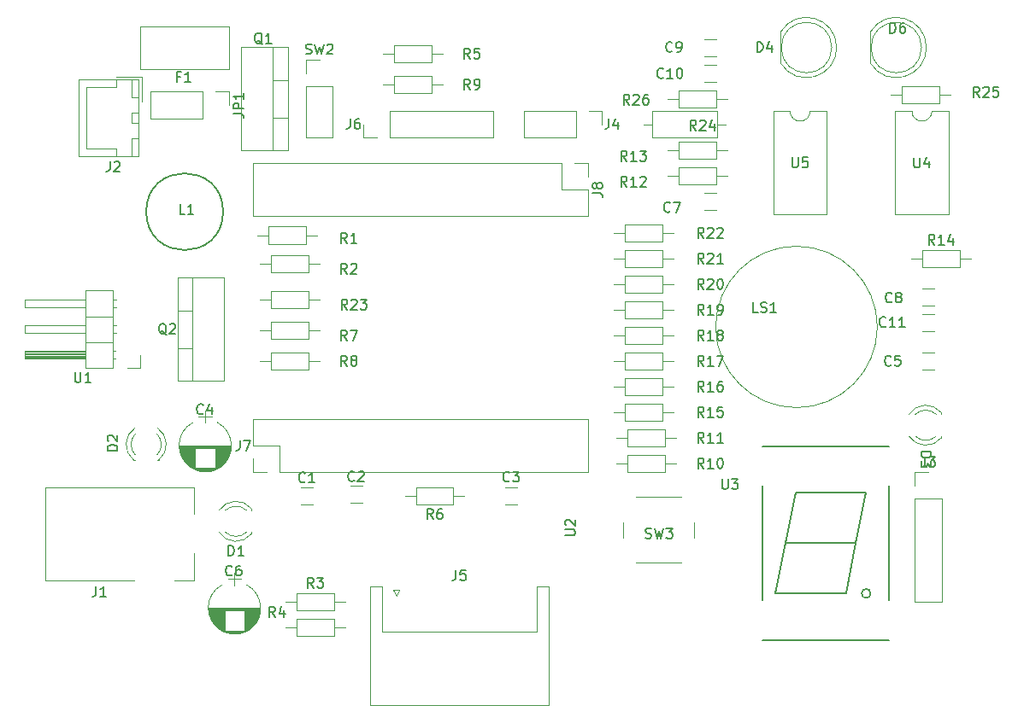
<source format=gto>
G04 #@! TF.GenerationSoftware,KiCad,Pcbnew,5.0.0*
G04 #@! TF.CreationDate,2018-10-17T23:37:25+09:00*
G04 #@! TF.ProjectId,CheeseUnua,436865657365556E75612E6B69636164,rev?*
G04 #@! TF.SameCoordinates,Original*
G04 #@! TF.FileFunction,Legend,Top*
G04 #@! TF.FilePolarity,Positive*
%FSLAX46Y46*%
G04 Gerber Fmt 4.6, Leading zero omitted, Abs format (unit mm)*
G04 Created by KiCad (PCBNEW 5.0.0) date Wed Oct 17 23:37:25 2018*
%MOMM*%
%LPD*%
G01*
G04 APERTURE LIST*
%ADD10C,0.120000*%
%ADD11C,0.150000*%
G04 APERTURE END LIST*
D10*
G04 #@! TO.C,C1*
X104112000Y-113256000D02*
X102938000Y-113256000D01*
X104112000Y-111534000D02*
X102938000Y-111534000D01*
G04 #@! TO.C,C2*
X107851000Y-111407000D02*
X109025000Y-111407000D01*
X107851000Y-113129000D02*
X109025000Y-113129000D01*
G04 #@! TO.C,C3*
X123218000Y-111534000D02*
X124392000Y-111534000D01*
X123218000Y-113256000D02*
X124392000Y-113256000D01*
G04 #@! TO.C,C4*
X94651723Y-109727722D02*
G75*
G03X94652000Y-105116420I-1179723J2305722D01*
G01*
X92292277Y-109727722D02*
G75*
G02X92292000Y-105116420I1179723J2305722D01*
G01*
X92292277Y-109727722D02*
G75*
G03X94652000Y-109727580I1179723J2305722D01*
G01*
X96022000Y-107422000D02*
X90922000Y-107422000D01*
X96022000Y-107462000D02*
X90922000Y-107462000D01*
X96021000Y-107502000D02*
X90923000Y-107502000D01*
X96020000Y-107542000D02*
X90924000Y-107542000D01*
X96018000Y-107582000D02*
X90926000Y-107582000D01*
X96015000Y-107622000D02*
X90929000Y-107622000D01*
X96011000Y-107662000D02*
X90933000Y-107662000D01*
X96007000Y-107702000D02*
X94452000Y-107702000D01*
X92492000Y-107702000D02*
X90937000Y-107702000D01*
X96003000Y-107742000D02*
X94452000Y-107742000D01*
X92492000Y-107742000D02*
X90941000Y-107742000D01*
X95997000Y-107782000D02*
X94452000Y-107782000D01*
X92492000Y-107782000D02*
X90947000Y-107782000D01*
X95991000Y-107822000D02*
X94452000Y-107822000D01*
X92492000Y-107822000D02*
X90953000Y-107822000D01*
X95985000Y-107862000D02*
X94452000Y-107862000D01*
X92492000Y-107862000D02*
X90959000Y-107862000D01*
X95978000Y-107902000D02*
X94452000Y-107902000D01*
X92492000Y-107902000D02*
X90966000Y-107902000D01*
X95970000Y-107942000D02*
X94452000Y-107942000D01*
X92492000Y-107942000D02*
X90974000Y-107942000D01*
X95961000Y-107982000D02*
X94452000Y-107982000D01*
X92492000Y-107982000D02*
X90983000Y-107982000D01*
X95952000Y-108022000D02*
X94452000Y-108022000D01*
X92492000Y-108022000D02*
X90992000Y-108022000D01*
X95942000Y-108062000D02*
X94452000Y-108062000D01*
X92492000Y-108062000D02*
X91002000Y-108062000D01*
X95932000Y-108102000D02*
X94452000Y-108102000D01*
X92492000Y-108102000D02*
X91012000Y-108102000D01*
X95920000Y-108143000D02*
X94452000Y-108143000D01*
X92492000Y-108143000D02*
X91024000Y-108143000D01*
X95908000Y-108183000D02*
X94452000Y-108183000D01*
X92492000Y-108183000D02*
X91036000Y-108183000D01*
X95896000Y-108223000D02*
X94452000Y-108223000D01*
X92492000Y-108223000D02*
X91048000Y-108223000D01*
X95882000Y-108263000D02*
X94452000Y-108263000D01*
X92492000Y-108263000D02*
X91062000Y-108263000D01*
X95868000Y-108303000D02*
X94452000Y-108303000D01*
X92492000Y-108303000D02*
X91076000Y-108303000D01*
X95854000Y-108343000D02*
X94452000Y-108343000D01*
X92492000Y-108343000D02*
X91090000Y-108343000D01*
X95838000Y-108383000D02*
X94452000Y-108383000D01*
X92492000Y-108383000D02*
X91106000Y-108383000D01*
X95822000Y-108423000D02*
X94452000Y-108423000D01*
X92492000Y-108423000D02*
X91122000Y-108423000D01*
X95805000Y-108463000D02*
X94452000Y-108463000D01*
X92492000Y-108463000D02*
X91139000Y-108463000D01*
X95787000Y-108503000D02*
X94452000Y-108503000D01*
X92492000Y-108503000D02*
X91157000Y-108503000D01*
X95768000Y-108543000D02*
X94452000Y-108543000D01*
X92492000Y-108543000D02*
X91176000Y-108543000D01*
X95748000Y-108583000D02*
X94452000Y-108583000D01*
X92492000Y-108583000D02*
X91196000Y-108583000D01*
X95728000Y-108623000D02*
X94452000Y-108623000D01*
X92492000Y-108623000D02*
X91216000Y-108623000D01*
X95706000Y-108663000D02*
X94452000Y-108663000D01*
X92492000Y-108663000D02*
X91238000Y-108663000D01*
X95684000Y-108703000D02*
X94452000Y-108703000D01*
X92492000Y-108703000D02*
X91260000Y-108703000D01*
X95661000Y-108743000D02*
X94452000Y-108743000D01*
X92492000Y-108743000D02*
X91283000Y-108743000D01*
X95637000Y-108783000D02*
X94452000Y-108783000D01*
X92492000Y-108783000D02*
X91307000Y-108783000D01*
X95612000Y-108823000D02*
X94452000Y-108823000D01*
X92492000Y-108823000D02*
X91332000Y-108823000D01*
X95585000Y-108863000D02*
X94452000Y-108863000D01*
X92492000Y-108863000D02*
X91359000Y-108863000D01*
X95558000Y-108903000D02*
X94452000Y-108903000D01*
X92492000Y-108903000D02*
X91386000Y-108903000D01*
X95530000Y-108943000D02*
X94452000Y-108943000D01*
X92492000Y-108943000D02*
X91414000Y-108943000D01*
X95500000Y-108983000D02*
X94452000Y-108983000D01*
X92492000Y-108983000D02*
X91444000Y-108983000D01*
X95469000Y-109023000D02*
X94452000Y-109023000D01*
X92492000Y-109023000D02*
X91475000Y-109023000D01*
X95437000Y-109063000D02*
X94452000Y-109063000D01*
X92492000Y-109063000D02*
X91507000Y-109063000D01*
X95404000Y-109103000D02*
X94452000Y-109103000D01*
X92492000Y-109103000D02*
X91540000Y-109103000D01*
X95369000Y-109143000D02*
X94452000Y-109143000D01*
X92492000Y-109143000D02*
X91575000Y-109143000D01*
X95333000Y-109183000D02*
X94452000Y-109183000D01*
X92492000Y-109183000D02*
X91611000Y-109183000D01*
X95295000Y-109223000D02*
X94452000Y-109223000D01*
X92492000Y-109223000D02*
X91649000Y-109223000D01*
X95255000Y-109263000D02*
X94452000Y-109263000D01*
X92492000Y-109263000D02*
X91689000Y-109263000D01*
X95214000Y-109303000D02*
X94452000Y-109303000D01*
X92492000Y-109303000D02*
X91730000Y-109303000D01*
X95171000Y-109343000D02*
X94452000Y-109343000D01*
X92492000Y-109343000D02*
X91773000Y-109343000D01*
X95126000Y-109383000D02*
X94452000Y-109383000D01*
X92492000Y-109383000D02*
X91818000Y-109383000D01*
X95078000Y-109423000D02*
X94452000Y-109423000D01*
X92492000Y-109423000D02*
X91866000Y-109423000D01*
X95028000Y-109463000D02*
X94452000Y-109463000D01*
X92492000Y-109463000D02*
X91916000Y-109463000D01*
X94976000Y-109503000D02*
X94452000Y-109503000D01*
X92492000Y-109503000D02*
X91968000Y-109503000D01*
X94920000Y-109543000D02*
X94452000Y-109543000D01*
X92492000Y-109543000D02*
X92024000Y-109543000D01*
X94862000Y-109583000D02*
X94452000Y-109583000D01*
X92492000Y-109583000D02*
X92082000Y-109583000D01*
X94799000Y-109623000D02*
X94452000Y-109623000D01*
X92492000Y-109623000D02*
X92145000Y-109623000D01*
X94733000Y-109663000D02*
X92211000Y-109663000D01*
X94661000Y-109703000D02*
X92283000Y-109703000D01*
X94584000Y-109743000D02*
X92360000Y-109743000D01*
X94500000Y-109783000D02*
X92444000Y-109783000D01*
X94406000Y-109823000D02*
X92538000Y-109823000D01*
X94301000Y-109863000D02*
X92643000Y-109863000D01*
X94179000Y-109903000D02*
X92765000Y-109903000D01*
X94031000Y-109943000D02*
X92913000Y-109943000D01*
X93826000Y-109983000D02*
X93118000Y-109983000D01*
X93472000Y-103972000D02*
X93472000Y-105172000D01*
X94122000Y-104572000D02*
X92822000Y-104572000D01*
G04 #@! TO.C,C5*
X164493000Y-98199000D02*
X165667000Y-98199000D01*
X164493000Y-99921000D02*
X165667000Y-99921000D01*
G04 #@! TO.C,C6*
X97547323Y-125831722D02*
G75*
G03X97547600Y-121220420I-1179723J2305722D01*
G01*
X95187877Y-125831722D02*
G75*
G02X95187600Y-121220420I1179723J2305722D01*
G01*
X95187877Y-125831722D02*
G75*
G03X97547600Y-125831580I1179723J2305722D01*
G01*
X98917600Y-123526000D02*
X93817600Y-123526000D01*
X98917600Y-123566000D02*
X93817600Y-123566000D01*
X98916600Y-123606000D02*
X93818600Y-123606000D01*
X98915600Y-123646000D02*
X93819600Y-123646000D01*
X98913600Y-123686000D02*
X93821600Y-123686000D01*
X98910600Y-123726000D02*
X93824600Y-123726000D01*
X98906600Y-123766000D02*
X93828600Y-123766000D01*
X98902600Y-123806000D02*
X97347600Y-123806000D01*
X95387600Y-123806000D02*
X93832600Y-123806000D01*
X98898600Y-123846000D02*
X97347600Y-123846000D01*
X95387600Y-123846000D02*
X93836600Y-123846000D01*
X98892600Y-123886000D02*
X97347600Y-123886000D01*
X95387600Y-123886000D02*
X93842600Y-123886000D01*
X98886600Y-123926000D02*
X97347600Y-123926000D01*
X95387600Y-123926000D02*
X93848600Y-123926000D01*
X98880600Y-123966000D02*
X97347600Y-123966000D01*
X95387600Y-123966000D02*
X93854600Y-123966000D01*
X98873600Y-124006000D02*
X97347600Y-124006000D01*
X95387600Y-124006000D02*
X93861600Y-124006000D01*
X98865600Y-124046000D02*
X97347600Y-124046000D01*
X95387600Y-124046000D02*
X93869600Y-124046000D01*
X98856600Y-124086000D02*
X97347600Y-124086000D01*
X95387600Y-124086000D02*
X93878600Y-124086000D01*
X98847600Y-124126000D02*
X97347600Y-124126000D01*
X95387600Y-124126000D02*
X93887600Y-124126000D01*
X98837600Y-124166000D02*
X97347600Y-124166000D01*
X95387600Y-124166000D02*
X93897600Y-124166000D01*
X98827600Y-124206000D02*
X97347600Y-124206000D01*
X95387600Y-124206000D02*
X93907600Y-124206000D01*
X98815600Y-124247000D02*
X97347600Y-124247000D01*
X95387600Y-124247000D02*
X93919600Y-124247000D01*
X98803600Y-124287000D02*
X97347600Y-124287000D01*
X95387600Y-124287000D02*
X93931600Y-124287000D01*
X98791600Y-124327000D02*
X97347600Y-124327000D01*
X95387600Y-124327000D02*
X93943600Y-124327000D01*
X98777600Y-124367000D02*
X97347600Y-124367000D01*
X95387600Y-124367000D02*
X93957600Y-124367000D01*
X98763600Y-124407000D02*
X97347600Y-124407000D01*
X95387600Y-124407000D02*
X93971600Y-124407000D01*
X98749600Y-124447000D02*
X97347600Y-124447000D01*
X95387600Y-124447000D02*
X93985600Y-124447000D01*
X98733600Y-124487000D02*
X97347600Y-124487000D01*
X95387600Y-124487000D02*
X94001600Y-124487000D01*
X98717600Y-124527000D02*
X97347600Y-124527000D01*
X95387600Y-124527000D02*
X94017600Y-124527000D01*
X98700600Y-124567000D02*
X97347600Y-124567000D01*
X95387600Y-124567000D02*
X94034600Y-124567000D01*
X98682600Y-124607000D02*
X97347600Y-124607000D01*
X95387600Y-124607000D02*
X94052600Y-124607000D01*
X98663600Y-124647000D02*
X97347600Y-124647000D01*
X95387600Y-124647000D02*
X94071600Y-124647000D01*
X98643600Y-124687000D02*
X97347600Y-124687000D01*
X95387600Y-124687000D02*
X94091600Y-124687000D01*
X98623600Y-124727000D02*
X97347600Y-124727000D01*
X95387600Y-124727000D02*
X94111600Y-124727000D01*
X98601600Y-124767000D02*
X97347600Y-124767000D01*
X95387600Y-124767000D02*
X94133600Y-124767000D01*
X98579600Y-124807000D02*
X97347600Y-124807000D01*
X95387600Y-124807000D02*
X94155600Y-124807000D01*
X98556600Y-124847000D02*
X97347600Y-124847000D01*
X95387600Y-124847000D02*
X94178600Y-124847000D01*
X98532600Y-124887000D02*
X97347600Y-124887000D01*
X95387600Y-124887000D02*
X94202600Y-124887000D01*
X98507600Y-124927000D02*
X97347600Y-124927000D01*
X95387600Y-124927000D02*
X94227600Y-124927000D01*
X98480600Y-124967000D02*
X97347600Y-124967000D01*
X95387600Y-124967000D02*
X94254600Y-124967000D01*
X98453600Y-125007000D02*
X97347600Y-125007000D01*
X95387600Y-125007000D02*
X94281600Y-125007000D01*
X98425600Y-125047000D02*
X97347600Y-125047000D01*
X95387600Y-125047000D02*
X94309600Y-125047000D01*
X98395600Y-125087000D02*
X97347600Y-125087000D01*
X95387600Y-125087000D02*
X94339600Y-125087000D01*
X98364600Y-125127000D02*
X97347600Y-125127000D01*
X95387600Y-125127000D02*
X94370600Y-125127000D01*
X98332600Y-125167000D02*
X97347600Y-125167000D01*
X95387600Y-125167000D02*
X94402600Y-125167000D01*
X98299600Y-125207000D02*
X97347600Y-125207000D01*
X95387600Y-125207000D02*
X94435600Y-125207000D01*
X98264600Y-125247000D02*
X97347600Y-125247000D01*
X95387600Y-125247000D02*
X94470600Y-125247000D01*
X98228600Y-125287000D02*
X97347600Y-125287000D01*
X95387600Y-125287000D02*
X94506600Y-125287000D01*
X98190600Y-125327000D02*
X97347600Y-125327000D01*
X95387600Y-125327000D02*
X94544600Y-125327000D01*
X98150600Y-125367000D02*
X97347600Y-125367000D01*
X95387600Y-125367000D02*
X94584600Y-125367000D01*
X98109600Y-125407000D02*
X97347600Y-125407000D01*
X95387600Y-125407000D02*
X94625600Y-125407000D01*
X98066600Y-125447000D02*
X97347600Y-125447000D01*
X95387600Y-125447000D02*
X94668600Y-125447000D01*
X98021600Y-125487000D02*
X97347600Y-125487000D01*
X95387600Y-125487000D02*
X94713600Y-125487000D01*
X97973600Y-125527000D02*
X97347600Y-125527000D01*
X95387600Y-125527000D02*
X94761600Y-125527000D01*
X97923600Y-125567000D02*
X97347600Y-125567000D01*
X95387600Y-125567000D02*
X94811600Y-125567000D01*
X97871600Y-125607000D02*
X97347600Y-125607000D01*
X95387600Y-125607000D02*
X94863600Y-125607000D01*
X97815600Y-125647000D02*
X97347600Y-125647000D01*
X95387600Y-125647000D02*
X94919600Y-125647000D01*
X97757600Y-125687000D02*
X97347600Y-125687000D01*
X95387600Y-125687000D02*
X94977600Y-125687000D01*
X97694600Y-125727000D02*
X97347600Y-125727000D01*
X95387600Y-125727000D02*
X95040600Y-125727000D01*
X97628600Y-125767000D02*
X95106600Y-125767000D01*
X97556600Y-125807000D02*
X95178600Y-125807000D01*
X97479600Y-125847000D02*
X95255600Y-125847000D01*
X97395600Y-125887000D02*
X95339600Y-125887000D01*
X97301600Y-125927000D02*
X95433600Y-125927000D01*
X97196600Y-125967000D02*
X95538600Y-125967000D01*
X97074600Y-126007000D02*
X95660600Y-126007000D01*
X96926600Y-126047000D02*
X95808600Y-126047000D01*
X96721600Y-126087000D02*
X96013600Y-126087000D01*
X96367600Y-120076000D02*
X96367600Y-121276000D01*
X97017600Y-120676000D02*
X95717600Y-120676000D01*
G04 #@! TO.C,C7*
X142903000Y-82324000D02*
X144077000Y-82324000D01*
X142903000Y-84046000D02*
X144077000Y-84046000D01*
G04 #@! TO.C,C8*
X165707000Y-93571000D02*
X164533000Y-93571000D01*
X165707000Y-91849000D02*
X164533000Y-91849000D01*
G04 #@! TO.C,C9*
X142903000Y-67084000D02*
X144077000Y-67084000D01*
X142903000Y-68806000D02*
X144077000Y-68806000D01*
G04 #@! TO.C,C10*
X144117000Y-71346000D02*
X142943000Y-71346000D01*
X144117000Y-69624000D02*
X142943000Y-69624000D01*
G04 #@! TO.C,C11*
X164493000Y-94389000D02*
X165667000Y-94389000D01*
X164493000Y-96111000D02*
X165667000Y-96111000D01*
G04 #@! TO.C,D1*
X94847665Y-116013608D02*
G75*
G03X98080000Y-116170516I1672335J1078608D01*
G01*
X94847665Y-113856392D02*
G75*
G02X98080000Y-113699484I1672335J-1078608D01*
G01*
X95478870Y-116014837D02*
G75*
G03X97560961Y-116015000I1041130J1079837D01*
G01*
X95478870Y-113855163D02*
G75*
G02X97560961Y-113855000I1041130J-1079837D01*
G01*
X98080000Y-116171000D02*
X98080000Y-116015000D01*
X98080000Y-113855000D02*
X98080000Y-113699000D01*
G04 #@! TO.C,D2*
X86551392Y-105642665D02*
G75*
G03X86394484Y-108875000I1078608J-1672335D01*
G01*
X88708608Y-105642665D02*
G75*
G02X88865516Y-108875000I-1078608J-1672335D01*
G01*
X86550163Y-106273870D02*
G75*
G03X86550000Y-108355961I1079837J-1041130D01*
G01*
X88709837Y-106273870D02*
G75*
G02X88710000Y-108355961I-1079837J-1041130D01*
G01*
X86394000Y-108875000D02*
X86550000Y-108875000D01*
X88710000Y-108875000D02*
X88866000Y-108875000D01*
G04 #@! TO.C,D3*
X163173665Y-106488608D02*
G75*
G03X166406000Y-106645516I1672335J1078608D01*
G01*
X163173665Y-104331392D02*
G75*
G02X166406000Y-104174484I1672335J-1078608D01*
G01*
X163804870Y-106489837D02*
G75*
G03X165886961Y-106490000I1041130J1079837D01*
G01*
X163804870Y-104330163D02*
G75*
G02X165886961Y-104330000I1041130J-1079837D01*
G01*
X166406000Y-106646000D02*
X166406000Y-106490000D01*
X166406000Y-104330000D02*
X166406000Y-104174000D01*
G04 #@! TO.C,D4*
X156025000Y-67945462D02*
G75*
G03X150475000Y-66400170I-2990000J462D01*
G01*
X156025000Y-67944538D02*
G75*
G02X150475000Y-69489830I-2990000J-462D01*
G01*
X155535000Y-67945000D02*
G75*
G03X155535000Y-67945000I-2500000J0D01*
G01*
X150475000Y-66400000D02*
X150475000Y-69490000D01*
G04 #@! TO.C,J1*
X86440000Y-120805000D02*
X77640000Y-120805000D01*
X77640000Y-120805000D02*
X77640000Y-111605000D01*
X92340000Y-118105000D02*
X92340000Y-120805000D01*
X92340000Y-120805000D02*
X90440000Y-120805000D01*
X77640000Y-111605000D02*
X92340000Y-111605000D01*
X92340000Y-111605000D02*
X92340000Y-114205000D01*
G04 #@! TO.C,J2*
X86905000Y-71110000D02*
X80955000Y-71110000D01*
X80955000Y-71110000D02*
X80955000Y-78710000D01*
X80955000Y-78710000D02*
X86905000Y-78710000D01*
X86905000Y-78710000D02*
X86905000Y-71110000D01*
X86905000Y-74410000D02*
X86155000Y-74410000D01*
X86155000Y-74410000D02*
X86155000Y-75410000D01*
X86155000Y-75410000D02*
X86905000Y-75410000D01*
X86905000Y-75410000D02*
X86905000Y-74410000D01*
X86905000Y-71110000D02*
X86155000Y-71110000D01*
X86155000Y-71110000D02*
X86155000Y-72910000D01*
X86155000Y-72910000D02*
X86905000Y-72910000D01*
X86905000Y-72910000D02*
X86905000Y-71110000D01*
X86905000Y-76910000D02*
X86155000Y-76910000D01*
X86155000Y-76910000D02*
X86155000Y-78710000D01*
X86155000Y-78710000D02*
X86905000Y-78710000D01*
X86905000Y-78710000D02*
X86905000Y-76910000D01*
X84655000Y-71110000D02*
X84655000Y-71860000D01*
X84655000Y-71860000D02*
X81705000Y-71860000D01*
X81705000Y-71860000D02*
X81705000Y-74910000D01*
X84655000Y-78710000D02*
X84655000Y-77960000D01*
X84655000Y-77960000D02*
X81705000Y-77960000D01*
X81705000Y-77960000D02*
X81705000Y-74910000D01*
X87205000Y-73310000D02*
X87205000Y-70810000D01*
X87205000Y-70810000D02*
X84705000Y-70810000D01*
G04 #@! TO.C,J7*
X131378000Y-110042000D02*
X131378000Y-104842000D01*
X100838000Y-110042000D02*
X131378000Y-110042000D01*
X98238000Y-104842000D02*
X131378000Y-104842000D01*
X100838000Y-110042000D02*
X100838000Y-107442000D01*
X100838000Y-107442000D02*
X98238000Y-107442000D01*
X98238000Y-107442000D02*
X98238000Y-104842000D01*
X99568000Y-110042000D02*
X98238000Y-110042000D01*
X98238000Y-110042000D02*
X98238000Y-108712000D01*
G04 #@! TO.C,J8*
X98238000Y-79442000D02*
X98238000Y-84642000D01*
X128778000Y-79442000D02*
X98238000Y-79442000D01*
X131378000Y-84642000D02*
X98238000Y-84642000D01*
X128778000Y-79442000D02*
X128778000Y-82042000D01*
X128778000Y-82042000D02*
X131378000Y-82042000D01*
X131378000Y-82042000D02*
X131378000Y-84642000D01*
X130048000Y-79442000D02*
X131378000Y-79442000D01*
X131378000Y-79442000D02*
X131378000Y-80772000D01*
D11*
G04 #@! TO.C,L1*
X95250000Y-84226400D02*
G75*
G03X95250000Y-84226400I-3810000J0D01*
G01*
D10*
G04 #@! TO.C,LS1*
X160048871Y-95656400D02*
G75*
G03X160048871Y-95656400I-8004871J0D01*
G01*
G04 #@! TO.C,Q1*
X101680000Y-67905000D02*
X101680000Y-78145000D01*
X97039000Y-67905000D02*
X97039000Y-78145000D01*
X101680000Y-67905000D02*
X97039000Y-67905000D01*
X101680000Y-78145000D02*
X97039000Y-78145000D01*
X100170000Y-67905000D02*
X100170000Y-78145000D01*
X101680000Y-71175000D02*
X100170000Y-71175000D01*
X101680000Y-74876000D02*
X100170000Y-74876000D01*
G04 #@! TO.C,Q2*
X90725000Y-101005000D02*
X90725000Y-90765000D01*
X95366000Y-101005000D02*
X95366000Y-90765000D01*
X90725000Y-101005000D02*
X95366000Y-101005000D01*
X90725000Y-90765000D02*
X95366000Y-90765000D01*
X92235000Y-101005000D02*
X92235000Y-90765000D01*
X90725000Y-97735000D02*
X92235000Y-97735000D01*
X90725000Y-94034000D02*
X92235000Y-94034000D01*
G04 #@! TO.C,SW2*
X103445000Y-76895000D02*
X106105000Y-76895000D01*
X103445000Y-71755000D02*
X103445000Y-76895000D01*
X106105000Y-71755000D02*
X106105000Y-76895000D01*
X103445000Y-71755000D02*
X106105000Y-71755000D01*
X103445000Y-70485000D02*
X103445000Y-69155000D01*
X103445000Y-69155000D02*
X104775000Y-69155000D01*
D11*
G04 #@! TO.C,U3*
X159387214Y-122094000D02*
G75*
G03X159387214Y-122094000I-447214J0D01*
G01*
X151940000Y-112094000D02*
X150940000Y-117094000D01*
X150940000Y-117094000D02*
X149940000Y-122094000D01*
X149940000Y-122094000D02*
X156940000Y-122094000D01*
X156940000Y-122094000D02*
X157940000Y-117094000D01*
X158940000Y-112094000D02*
X157940000Y-117094000D01*
X157940000Y-117094000D02*
X150940000Y-117094000D01*
X151940000Y-112094000D02*
X158940000Y-112094000D01*
X161240000Y-126694000D02*
X148640000Y-126694000D01*
X148640000Y-111394000D02*
X148640000Y-122794000D01*
X161240000Y-111394000D02*
X161240000Y-122794000D01*
X148640000Y-107494000D02*
X161240000Y-107494000D01*
D10*
G04 #@! TO.C,U4*
X165465000Y-74235000D02*
G75*
G02X163465000Y-74235000I-1000000J0D01*
G01*
X163465000Y-74235000D02*
X161815000Y-74235000D01*
X161815000Y-74235000D02*
X161815000Y-84515000D01*
X161815000Y-84515000D02*
X167115000Y-84515000D01*
X167115000Y-84515000D02*
X167115000Y-74235000D01*
X167115000Y-74235000D02*
X165465000Y-74235000D01*
G04 #@! TO.C,U5*
X153400000Y-74235000D02*
G75*
G02X151400000Y-74235000I-1000000J0D01*
G01*
X151400000Y-74235000D02*
X149750000Y-74235000D01*
X149750000Y-74235000D02*
X149750000Y-84515000D01*
X149750000Y-84515000D02*
X155050000Y-84515000D01*
X155050000Y-84515000D02*
X155050000Y-74235000D01*
X155050000Y-74235000D02*
X153400000Y-74235000D01*
G04 #@! TO.C,U1*
X84285000Y-99755000D02*
X84285000Y-92015000D01*
X84285000Y-92015000D02*
X81625000Y-92015000D01*
X81625000Y-92015000D02*
X81625000Y-99755000D01*
X81625000Y-99755000D02*
X84285000Y-99755000D01*
X81625000Y-98805000D02*
X75625000Y-98805000D01*
X75625000Y-98805000D02*
X75625000Y-98045000D01*
X75625000Y-98045000D02*
X81625000Y-98045000D01*
X81625000Y-98745000D02*
X75625000Y-98745000D01*
X81625000Y-98625000D02*
X75625000Y-98625000D01*
X81625000Y-98505000D02*
X75625000Y-98505000D01*
X81625000Y-98385000D02*
X75625000Y-98385000D01*
X81625000Y-98265000D02*
X75625000Y-98265000D01*
X81625000Y-98145000D02*
X75625000Y-98145000D01*
X84615000Y-98805000D02*
X84285000Y-98805000D01*
X84615000Y-98045000D02*
X84285000Y-98045000D01*
X84285000Y-97155000D02*
X81625000Y-97155000D01*
X81625000Y-96265000D02*
X75625000Y-96265000D01*
X75625000Y-96265000D02*
X75625000Y-95505000D01*
X75625000Y-95505000D02*
X81625000Y-95505000D01*
X84682071Y-96265000D02*
X84285000Y-96265000D01*
X84682071Y-95505000D02*
X84285000Y-95505000D01*
X84285000Y-94615000D02*
X81625000Y-94615000D01*
X81625000Y-93725000D02*
X75625000Y-93725000D01*
X75625000Y-93725000D02*
X75625000Y-92965000D01*
X75625000Y-92965000D02*
X81625000Y-92965000D01*
X84682071Y-93725000D02*
X84285000Y-93725000D01*
X84682071Y-92965000D02*
X84285000Y-92965000D01*
X86995000Y-98425000D02*
X86995000Y-99695000D01*
X86995000Y-99695000D02*
X85725000Y-99695000D01*
G04 #@! TO.C,F1*
X95810000Y-70065000D02*
X87070000Y-70065000D01*
X95810000Y-70065000D02*
X95810000Y-65825000D01*
X87070000Y-65825000D02*
X87070000Y-70065000D01*
X87070000Y-65825000D02*
X95810000Y-65825000D01*
G04 #@! TO.C,J3*
X163770000Y-122894000D02*
X166430000Y-122894000D01*
X163770000Y-112674000D02*
X163770000Y-122894000D01*
X166430000Y-112674000D02*
X166430000Y-122894000D01*
X163770000Y-112674000D02*
X166430000Y-112674000D01*
X163770000Y-111404000D02*
X163770000Y-110074000D01*
X163770000Y-110074000D02*
X165100000Y-110074000D01*
G04 #@! TO.C,J4*
X125035000Y-74235000D02*
X125035000Y-76895000D01*
X130175000Y-74235000D02*
X125035000Y-74235000D01*
X130175000Y-76895000D02*
X125035000Y-76895000D01*
X130175000Y-74235000D02*
X130175000Y-76895000D01*
X131445000Y-74235000D02*
X132775000Y-74235000D01*
X132775000Y-74235000D02*
X132775000Y-75565000D01*
G04 #@! TO.C,J6*
X121980000Y-76895000D02*
X121980000Y-74235000D01*
X111760000Y-76895000D02*
X121980000Y-76895000D01*
X111760000Y-74235000D02*
X121980000Y-74235000D01*
X111760000Y-76895000D02*
X111760000Y-74235000D01*
X110490000Y-76895000D02*
X109160000Y-76895000D01*
X109160000Y-76895000D02*
X109160000Y-75565000D01*
G04 #@! TO.C,D6*
X164915000Y-67945462D02*
G75*
G03X159365000Y-66400170I-2990000J462D01*
G01*
X164915000Y-67944538D02*
G75*
G02X159365000Y-69489830I-2990000J-462D01*
G01*
X164425000Y-67945000D02*
G75*
G03X164425000Y-67945000I-2500000J0D01*
G01*
X159365000Y-66400000D02*
X159365000Y-69490000D01*
G04 #@! TO.C,SW3*
X136128000Y-119038000D02*
X140628000Y-119038000D01*
X134878000Y-115038000D02*
X134878000Y-116538000D01*
X140628000Y-112538000D02*
X136128000Y-112538000D01*
X141878000Y-116538000D02*
X141878000Y-115038000D01*
G04 #@! TO.C,J5*
X112695000Y-121725000D02*
X112395000Y-122325000D01*
X112095000Y-121725000D02*
X112695000Y-121725000D01*
X112395000Y-122325000D02*
X112095000Y-121725000D01*
X126295000Y-125875000D02*
X118645000Y-125875000D01*
X126295000Y-121375000D02*
X126295000Y-125875000D01*
X127495000Y-121375000D02*
X126295000Y-121375000D01*
X127495000Y-133175000D02*
X127495000Y-121375000D01*
X118645000Y-133175000D02*
X127495000Y-133175000D01*
X110995000Y-125875000D02*
X118645000Y-125875000D01*
X110995000Y-121375000D02*
X110995000Y-125875000D01*
X109795000Y-121375000D02*
X110995000Y-121375000D01*
X109795000Y-133175000D02*
X109795000Y-121375000D01*
X118645000Y-133175000D02*
X109795000Y-133175000D01*
G04 #@! TO.C,R1*
X104530000Y-86563200D02*
X103460000Y-86563200D01*
X98670000Y-86563200D02*
X99740000Y-86563200D01*
X103460000Y-85703200D02*
X99740000Y-85703200D01*
X103460000Y-87423200D02*
X103460000Y-85703200D01*
X99740000Y-87423200D02*
X103460000Y-87423200D01*
X99740000Y-85703200D02*
X99740000Y-87423200D01*
G04 #@! TO.C,R2*
X103714000Y-90268000D02*
X103714000Y-88548000D01*
X103714000Y-88548000D02*
X99994000Y-88548000D01*
X99994000Y-88548000D02*
X99994000Y-90268000D01*
X99994000Y-90268000D02*
X103714000Y-90268000D01*
X104784000Y-89408000D02*
X103714000Y-89408000D01*
X98924000Y-89408000D02*
X99994000Y-89408000D01*
G04 #@! TO.C,R3*
X102534000Y-122076000D02*
X102534000Y-123796000D01*
X102534000Y-123796000D02*
X106254000Y-123796000D01*
X106254000Y-123796000D02*
X106254000Y-122076000D01*
X106254000Y-122076000D02*
X102534000Y-122076000D01*
X101464000Y-122936000D02*
X102534000Y-122936000D01*
X107324000Y-122936000D02*
X106254000Y-122936000D01*
G04 #@! TO.C,R4*
X106254000Y-126336000D02*
X106254000Y-124616000D01*
X106254000Y-124616000D02*
X102534000Y-124616000D01*
X102534000Y-124616000D02*
X102534000Y-126336000D01*
X102534000Y-126336000D02*
X106254000Y-126336000D01*
X107324000Y-125476000D02*
X106254000Y-125476000D01*
X101464000Y-125476000D02*
X102534000Y-125476000D01*
G04 #@! TO.C,R5*
X115906000Y-69440000D02*
X115906000Y-67720000D01*
X115906000Y-67720000D02*
X112186000Y-67720000D01*
X112186000Y-67720000D02*
X112186000Y-69440000D01*
X112186000Y-69440000D02*
X115906000Y-69440000D01*
X116976000Y-68580000D02*
X115906000Y-68580000D01*
X111116000Y-68580000D02*
X112186000Y-68580000D01*
G04 #@! TO.C,R6*
X118065000Y-113255000D02*
X118065000Y-111535000D01*
X118065000Y-111535000D02*
X114345000Y-111535000D01*
X114345000Y-111535000D02*
X114345000Y-113255000D01*
X114345000Y-113255000D02*
X118065000Y-113255000D01*
X119135000Y-112395000D02*
X118065000Y-112395000D01*
X113275000Y-112395000D02*
X114345000Y-112395000D01*
G04 #@! TO.C,R7*
X98924000Y-96012000D02*
X99994000Y-96012000D01*
X104784000Y-96012000D02*
X103714000Y-96012000D01*
X99994000Y-96872000D02*
X103714000Y-96872000D01*
X99994000Y-95152000D02*
X99994000Y-96872000D01*
X103714000Y-95152000D02*
X99994000Y-95152000D01*
X103714000Y-96872000D02*
X103714000Y-95152000D01*
G04 #@! TO.C,R8*
X98924000Y-99060000D02*
X99994000Y-99060000D01*
X104784000Y-99060000D02*
X103714000Y-99060000D01*
X99994000Y-99920000D02*
X103714000Y-99920000D01*
X99994000Y-98200000D02*
X99994000Y-99920000D01*
X103714000Y-98200000D02*
X99994000Y-98200000D01*
X103714000Y-99920000D02*
X103714000Y-98200000D01*
G04 #@! TO.C,R9*
X115906000Y-72488000D02*
X115906000Y-70768000D01*
X115906000Y-70768000D02*
X112186000Y-70768000D01*
X112186000Y-70768000D02*
X112186000Y-72488000D01*
X112186000Y-72488000D02*
X115906000Y-72488000D01*
X116976000Y-71628000D02*
X115906000Y-71628000D01*
X111116000Y-71628000D02*
X112186000Y-71628000D01*
G04 #@! TO.C,R10*
X140090000Y-109220000D02*
X139020000Y-109220000D01*
X134230000Y-109220000D02*
X135300000Y-109220000D01*
X139020000Y-108360000D02*
X135300000Y-108360000D01*
X139020000Y-110080000D02*
X139020000Y-108360000D01*
X135300000Y-110080000D02*
X139020000Y-110080000D01*
X135300000Y-108360000D02*
X135300000Y-110080000D01*
G04 #@! TO.C,R11*
X135300000Y-105820000D02*
X135300000Y-107540000D01*
X135300000Y-107540000D02*
X139020000Y-107540000D01*
X139020000Y-107540000D02*
X139020000Y-105820000D01*
X139020000Y-105820000D02*
X135300000Y-105820000D01*
X134230000Y-106680000D02*
X135300000Y-106680000D01*
X140090000Y-106680000D02*
X139020000Y-106680000D01*
G04 #@! TO.C,R12*
X144100000Y-81505000D02*
X144100000Y-79785000D01*
X144100000Y-79785000D02*
X140380000Y-79785000D01*
X140380000Y-79785000D02*
X140380000Y-81505000D01*
X140380000Y-81505000D02*
X144100000Y-81505000D01*
X145170000Y-80645000D02*
X144100000Y-80645000D01*
X139310000Y-80645000D02*
X140380000Y-80645000D01*
G04 #@! TO.C,R13*
X139310000Y-78105000D02*
X140380000Y-78105000D01*
X145170000Y-78105000D02*
X144100000Y-78105000D01*
X140380000Y-78965000D02*
X144100000Y-78965000D01*
X140380000Y-77245000D02*
X140380000Y-78965000D01*
X144100000Y-77245000D02*
X140380000Y-77245000D01*
X144100000Y-78965000D02*
X144100000Y-77245000D01*
G04 #@! TO.C,R14*
X169300000Y-88900000D02*
X168230000Y-88900000D01*
X163440000Y-88900000D02*
X164510000Y-88900000D01*
X168230000Y-88040000D02*
X164510000Y-88040000D01*
X168230000Y-89760000D02*
X168230000Y-88040000D01*
X164510000Y-89760000D02*
X168230000Y-89760000D01*
X164510000Y-88040000D02*
X164510000Y-89760000D01*
G04 #@! TO.C,R15*
X133976000Y-104140000D02*
X135046000Y-104140000D01*
X139836000Y-104140000D02*
X138766000Y-104140000D01*
X135046000Y-105000000D02*
X138766000Y-105000000D01*
X135046000Y-103280000D02*
X135046000Y-105000000D01*
X138766000Y-103280000D02*
X135046000Y-103280000D01*
X138766000Y-105000000D02*
X138766000Y-103280000D01*
G04 #@! TO.C,R16*
X133976000Y-101600000D02*
X135046000Y-101600000D01*
X139836000Y-101600000D02*
X138766000Y-101600000D01*
X135046000Y-102460000D02*
X138766000Y-102460000D01*
X135046000Y-100740000D02*
X135046000Y-102460000D01*
X138766000Y-100740000D02*
X135046000Y-100740000D01*
X138766000Y-102460000D02*
X138766000Y-100740000D01*
G04 #@! TO.C,R17*
X133976000Y-99060000D02*
X135046000Y-99060000D01*
X139836000Y-99060000D02*
X138766000Y-99060000D01*
X135046000Y-99920000D02*
X138766000Y-99920000D01*
X135046000Y-98200000D02*
X135046000Y-99920000D01*
X138766000Y-98200000D02*
X135046000Y-98200000D01*
X138766000Y-99920000D02*
X138766000Y-98200000D01*
G04 #@! TO.C,R18*
X138766000Y-97380000D02*
X138766000Y-95660000D01*
X138766000Y-95660000D02*
X135046000Y-95660000D01*
X135046000Y-95660000D02*
X135046000Y-97380000D01*
X135046000Y-97380000D02*
X138766000Y-97380000D01*
X139836000Y-96520000D02*
X138766000Y-96520000D01*
X133976000Y-96520000D02*
X135046000Y-96520000D01*
G04 #@! TO.C,R19*
X133976000Y-93980000D02*
X135046000Y-93980000D01*
X139836000Y-93980000D02*
X138766000Y-93980000D01*
X135046000Y-94840000D02*
X138766000Y-94840000D01*
X135046000Y-93120000D02*
X135046000Y-94840000D01*
X138766000Y-93120000D02*
X135046000Y-93120000D01*
X138766000Y-94840000D02*
X138766000Y-93120000D01*
G04 #@! TO.C,R20*
X133976000Y-91440000D02*
X135046000Y-91440000D01*
X139836000Y-91440000D02*
X138766000Y-91440000D01*
X135046000Y-92300000D02*
X138766000Y-92300000D01*
X135046000Y-90580000D02*
X135046000Y-92300000D01*
X138766000Y-90580000D02*
X135046000Y-90580000D01*
X138766000Y-92300000D02*
X138766000Y-90580000D01*
G04 #@! TO.C,R21*
X138766000Y-89760000D02*
X138766000Y-88040000D01*
X138766000Y-88040000D02*
X135046000Y-88040000D01*
X135046000Y-88040000D02*
X135046000Y-89760000D01*
X135046000Y-89760000D02*
X138766000Y-89760000D01*
X139836000Y-88900000D02*
X138766000Y-88900000D01*
X133976000Y-88900000D02*
X135046000Y-88900000D01*
G04 #@! TO.C,R22*
X133976000Y-86360000D02*
X135046000Y-86360000D01*
X139836000Y-86360000D02*
X138766000Y-86360000D01*
X135046000Y-87220000D02*
X138766000Y-87220000D01*
X135046000Y-85500000D02*
X135046000Y-87220000D01*
X138766000Y-85500000D02*
X135046000Y-85500000D01*
X138766000Y-87220000D02*
X138766000Y-85500000D01*
G04 #@! TO.C,R23*
X99994000Y-92104000D02*
X99994000Y-93824000D01*
X99994000Y-93824000D02*
X103714000Y-93824000D01*
X103714000Y-93824000D02*
X103714000Y-92104000D01*
X103714000Y-92104000D02*
X99994000Y-92104000D01*
X98924000Y-92964000D02*
X99994000Y-92964000D01*
X104784000Y-92964000D02*
X103714000Y-92964000D01*
G04 #@! TO.C,R25*
X161408000Y-72644000D02*
X162478000Y-72644000D01*
X167268000Y-72644000D02*
X166198000Y-72644000D01*
X162478000Y-73504000D02*
X166198000Y-73504000D01*
X162478000Y-71784000D02*
X162478000Y-73504000D01*
X166198000Y-71784000D02*
X162478000Y-71784000D01*
X166198000Y-73504000D02*
X166198000Y-71784000D01*
G04 #@! TO.C,R26*
X144100000Y-73885000D02*
X144100000Y-72165000D01*
X144100000Y-72165000D02*
X140380000Y-72165000D01*
X140380000Y-72165000D02*
X140380000Y-73885000D01*
X140380000Y-73885000D02*
X144100000Y-73885000D01*
X145170000Y-73025000D02*
X144100000Y-73025000D01*
X139310000Y-73025000D02*
X140380000Y-73025000D01*
G04 #@! TO.C,R24*
X136870000Y-75565000D02*
X137760000Y-75565000D01*
X145070000Y-75565000D02*
X144180000Y-75565000D01*
X137760000Y-76875000D02*
X144180000Y-76875000D01*
X137760000Y-74255000D02*
X137760000Y-76875000D01*
X144180000Y-74255000D02*
X137760000Y-74255000D01*
X144180000Y-76875000D02*
X144180000Y-74255000D01*
G04 #@! TO.C,JP1*
X95818000Y-72330000D02*
X95818000Y-73660000D01*
X94488000Y-72330000D02*
X95818000Y-72330000D01*
X93218000Y-72330000D02*
X93218000Y-74990000D01*
X93218000Y-74990000D02*
X88078000Y-74990000D01*
X93218000Y-72330000D02*
X88078000Y-72330000D01*
X88078000Y-72330000D02*
X88078000Y-74990000D01*
G04 #@! TO.C,C1*
D11*
X103373333Y-110997142D02*
X103325714Y-111044761D01*
X103182857Y-111092380D01*
X103087619Y-111092380D01*
X102944761Y-111044761D01*
X102849523Y-110949523D01*
X102801904Y-110854285D01*
X102754285Y-110663809D01*
X102754285Y-110520952D01*
X102801904Y-110330476D01*
X102849523Y-110235238D01*
X102944761Y-110140000D01*
X103087619Y-110092380D01*
X103182857Y-110092380D01*
X103325714Y-110140000D01*
X103373333Y-110187619D01*
X104325714Y-111092380D02*
X103754285Y-111092380D01*
X104040000Y-111092380D02*
X104040000Y-110092380D01*
X103944761Y-110235238D01*
X103849523Y-110330476D01*
X103754285Y-110378095D01*
G04 #@! TO.C,C2*
X108246333Y-110890142D02*
X108198714Y-110937761D01*
X108055857Y-110985380D01*
X107960619Y-110985380D01*
X107817761Y-110937761D01*
X107722523Y-110842523D01*
X107674904Y-110747285D01*
X107627285Y-110556809D01*
X107627285Y-110413952D01*
X107674904Y-110223476D01*
X107722523Y-110128238D01*
X107817761Y-110033000D01*
X107960619Y-109985380D01*
X108055857Y-109985380D01*
X108198714Y-110033000D01*
X108246333Y-110080619D01*
X108627285Y-110080619D02*
X108674904Y-110033000D01*
X108770142Y-109985380D01*
X109008238Y-109985380D01*
X109103476Y-110033000D01*
X109151095Y-110080619D01*
X109198714Y-110175857D01*
X109198714Y-110271095D01*
X109151095Y-110413952D01*
X108579666Y-110985380D01*
X109198714Y-110985380D01*
G04 #@! TO.C,C3*
X123613333Y-110917142D02*
X123565714Y-110964761D01*
X123422857Y-111012380D01*
X123327619Y-111012380D01*
X123184761Y-110964761D01*
X123089523Y-110869523D01*
X123041904Y-110774285D01*
X122994285Y-110583809D01*
X122994285Y-110440952D01*
X123041904Y-110250476D01*
X123089523Y-110155238D01*
X123184761Y-110060000D01*
X123327619Y-110012380D01*
X123422857Y-110012380D01*
X123565714Y-110060000D01*
X123613333Y-110107619D01*
X123946666Y-110012380D02*
X124565714Y-110012380D01*
X124232380Y-110393333D01*
X124375238Y-110393333D01*
X124470476Y-110440952D01*
X124518095Y-110488571D01*
X124565714Y-110583809D01*
X124565714Y-110821904D01*
X124518095Y-110917142D01*
X124470476Y-110964761D01*
X124375238Y-111012380D01*
X124089523Y-111012380D01*
X123994285Y-110964761D01*
X123946666Y-110917142D01*
G04 #@! TO.C,C4*
X93265333Y-104224142D02*
X93217714Y-104271761D01*
X93074857Y-104319380D01*
X92979619Y-104319380D01*
X92836761Y-104271761D01*
X92741523Y-104176523D01*
X92693904Y-104081285D01*
X92646285Y-103890809D01*
X92646285Y-103747952D01*
X92693904Y-103557476D01*
X92741523Y-103462238D01*
X92836761Y-103367000D01*
X92979619Y-103319380D01*
X93074857Y-103319380D01*
X93217714Y-103367000D01*
X93265333Y-103414619D01*
X94122476Y-103652714D02*
X94122476Y-104319380D01*
X93884380Y-103271761D02*
X93646285Y-103986047D01*
X94265333Y-103986047D01*
G04 #@! TO.C,C5*
X161403333Y-99417142D02*
X161355714Y-99464761D01*
X161212857Y-99512380D01*
X161117619Y-99512380D01*
X160974761Y-99464761D01*
X160879523Y-99369523D01*
X160831904Y-99274285D01*
X160784285Y-99083809D01*
X160784285Y-98940952D01*
X160831904Y-98750476D01*
X160879523Y-98655238D01*
X160974761Y-98560000D01*
X161117619Y-98512380D01*
X161212857Y-98512380D01*
X161355714Y-98560000D01*
X161403333Y-98607619D01*
X162308095Y-98512380D02*
X161831904Y-98512380D01*
X161784285Y-98988571D01*
X161831904Y-98940952D01*
X161927142Y-98893333D01*
X162165238Y-98893333D01*
X162260476Y-98940952D01*
X162308095Y-98988571D01*
X162355714Y-99083809D01*
X162355714Y-99321904D01*
X162308095Y-99417142D01*
X162260476Y-99464761D01*
X162165238Y-99512380D01*
X161927142Y-99512380D01*
X161831904Y-99464761D01*
X161784285Y-99417142D01*
G04 #@! TO.C,C6*
X96115933Y-120228142D02*
X96068314Y-120275761D01*
X95925457Y-120323380D01*
X95830219Y-120323380D01*
X95687361Y-120275761D01*
X95592123Y-120180523D01*
X95544504Y-120085285D01*
X95496885Y-119894809D01*
X95496885Y-119751952D01*
X95544504Y-119561476D01*
X95592123Y-119466238D01*
X95687361Y-119371000D01*
X95830219Y-119323380D01*
X95925457Y-119323380D01*
X96068314Y-119371000D01*
X96115933Y-119418619D01*
X96973076Y-119323380D02*
X96782600Y-119323380D01*
X96687361Y-119371000D01*
X96639742Y-119418619D01*
X96544504Y-119561476D01*
X96496885Y-119751952D01*
X96496885Y-120132904D01*
X96544504Y-120228142D01*
X96592123Y-120275761D01*
X96687361Y-120323380D01*
X96877838Y-120323380D01*
X96973076Y-120275761D01*
X97020695Y-120228142D01*
X97068314Y-120132904D01*
X97068314Y-119894809D01*
X97020695Y-119799571D01*
X96973076Y-119751952D01*
X96877838Y-119704333D01*
X96687361Y-119704333D01*
X96592123Y-119751952D01*
X96544504Y-119799571D01*
X96496885Y-119894809D01*
G04 #@! TO.C,C7*
X139533333Y-84177142D02*
X139485714Y-84224761D01*
X139342857Y-84272380D01*
X139247619Y-84272380D01*
X139104761Y-84224761D01*
X139009523Y-84129523D01*
X138961904Y-84034285D01*
X138914285Y-83843809D01*
X138914285Y-83700952D01*
X138961904Y-83510476D01*
X139009523Y-83415238D01*
X139104761Y-83320000D01*
X139247619Y-83272380D01*
X139342857Y-83272380D01*
X139485714Y-83320000D01*
X139533333Y-83367619D01*
X139866666Y-83272380D02*
X140533333Y-83272380D01*
X140104761Y-84272380D01*
G04 #@! TO.C,C8*
X161493333Y-93147142D02*
X161445714Y-93194761D01*
X161302857Y-93242380D01*
X161207619Y-93242380D01*
X161064761Y-93194761D01*
X160969523Y-93099523D01*
X160921904Y-93004285D01*
X160874285Y-92813809D01*
X160874285Y-92670952D01*
X160921904Y-92480476D01*
X160969523Y-92385238D01*
X161064761Y-92290000D01*
X161207619Y-92242380D01*
X161302857Y-92242380D01*
X161445714Y-92290000D01*
X161493333Y-92337619D01*
X162064761Y-92670952D02*
X161969523Y-92623333D01*
X161921904Y-92575714D01*
X161874285Y-92480476D01*
X161874285Y-92432857D01*
X161921904Y-92337619D01*
X161969523Y-92290000D01*
X162064761Y-92242380D01*
X162255238Y-92242380D01*
X162350476Y-92290000D01*
X162398095Y-92337619D01*
X162445714Y-92432857D01*
X162445714Y-92480476D01*
X162398095Y-92575714D01*
X162350476Y-92623333D01*
X162255238Y-92670952D01*
X162064761Y-92670952D01*
X161969523Y-92718571D01*
X161921904Y-92766190D01*
X161874285Y-92861428D01*
X161874285Y-93051904D01*
X161921904Y-93147142D01*
X161969523Y-93194761D01*
X162064761Y-93242380D01*
X162255238Y-93242380D01*
X162350476Y-93194761D01*
X162398095Y-93147142D01*
X162445714Y-93051904D01*
X162445714Y-92861428D01*
X162398095Y-92766190D01*
X162350476Y-92718571D01*
X162255238Y-92670952D01*
G04 #@! TO.C,C9*
X139733333Y-68287142D02*
X139685714Y-68334761D01*
X139542857Y-68382380D01*
X139447619Y-68382380D01*
X139304761Y-68334761D01*
X139209523Y-68239523D01*
X139161904Y-68144285D01*
X139114285Y-67953809D01*
X139114285Y-67810952D01*
X139161904Y-67620476D01*
X139209523Y-67525238D01*
X139304761Y-67430000D01*
X139447619Y-67382380D01*
X139542857Y-67382380D01*
X139685714Y-67430000D01*
X139733333Y-67477619D01*
X140209523Y-68382380D02*
X140400000Y-68382380D01*
X140495238Y-68334761D01*
X140542857Y-68287142D01*
X140638095Y-68144285D01*
X140685714Y-67953809D01*
X140685714Y-67572857D01*
X140638095Y-67477619D01*
X140590476Y-67430000D01*
X140495238Y-67382380D01*
X140304761Y-67382380D01*
X140209523Y-67430000D01*
X140161904Y-67477619D01*
X140114285Y-67572857D01*
X140114285Y-67810952D01*
X140161904Y-67906190D01*
X140209523Y-67953809D01*
X140304761Y-68001428D01*
X140495238Y-68001428D01*
X140590476Y-67953809D01*
X140638095Y-67906190D01*
X140685714Y-67810952D01*
G04 #@! TO.C,C10*
X138847142Y-70897142D02*
X138799523Y-70944761D01*
X138656666Y-70992380D01*
X138561428Y-70992380D01*
X138418571Y-70944761D01*
X138323333Y-70849523D01*
X138275714Y-70754285D01*
X138228095Y-70563809D01*
X138228095Y-70420952D01*
X138275714Y-70230476D01*
X138323333Y-70135238D01*
X138418571Y-70040000D01*
X138561428Y-69992380D01*
X138656666Y-69992380D01*
X138799523Y-70040000D01*
X138847142Y-70087619D01*
X139799523Y-70992380D02*
X139228095Y-70992380D01*
X139513809Y-70992380D02*
X139513809Y-69992380D01*
X139418571Y-70135238D01*
X139323333Y-70230476D01*
X139228095Y-70278095D01*
X140418571Y-69992380D02*
X140513809Y-69992380D01*
X140609047Y-70040000D01*
X140656666Y-70087619D01*
X140704285Y-70182857D01*
X140751904Y-70373333D01*
X140751904Y-70611428D01*
X140704285Y-70801904D01*
X140656666Y-70897142D01*
X140609047Y-70944761D01*
X140513809Y-70992380D01*
X140418571Y-70992380D01*
X140323333Y-70944761D01*
X140275714Y-70897142D01*
X140228095Y-70801904D01*
X140180476Y-70611428D01*
X140180476Y-70373333D01*
X140228095Y-70182857D01*
X140275714Y-70087619D01*
X140323333Y-70040000D01*
X140418571Y-69992380D01*
G04 #@! TO.C,C11*
X160877142Y-95577142D02*
X160829523Y-95624761D01*
X160686666Y-95672380D01*
X160591428Y-95672380D01*
X160448571Y-95624761D01*
X160353333Y-95529523D01*
X160305714Y-95434285D01*
X160258095Y-95243809D01*
X160258095Y-95100952D01*
X160305714Y-94910476D01*
X160353333Y-94815238D01*
X160448571Y-94720000D01*
X160591428Y-94672380D01*
X160686666Y-94672380D01*
X160829523Y-94720000D01*
X160877142Y-94767619D01*
X161829523Y-95672380D02*
X161258095Y-95672380D01*
X161543809Y-95672380D02*
X161543809Y-94672380D01*
X161448571Y-94815238D01*
X161353333Y-94910476D01*
X161258095Y-94958095D01*
X162781904Y-95672380D02*
X162210476Y-95672380D01*
X162496190Y-95672380D02*
X162496190Y-94672380D01*
X162400952Y-94815238D01*
X162305714Y-94910476D01*
X162210476Y-94958095D01*
G04 #@! TO.C,D1*
X95781904Y-118347380D02*
X95781904Y-117347380D01*
X96020000Y-117347380D01*
X96162857Y-117395000D01*
X96258095Y-117490238D01*
X96305714Y-117585476D01*
X96353333Y-117775952D01*
X96353333Y-117918809D01*
X96305714Y-118109285D01*
X96258095Y-118204523D01*
X96162857Y-118299761D01*
X96020000Y-118347380D01*
X95781904Y-118347380D01*
X97305714Y-118347380D02*
X96734285Y-118347380D01*
X97020000Y-118347380D02*
X97020000Y-117347380D01*
X96924761Y-117490238D01*
X96829523Y-117585476D01*
X96734285Y-117633095D01*
G04 #@! TO.C,D2*
X84780380Y-107926095D02*
X83780380Y-107926095D01*
X83780380Y-107688000D01*
X83828000Y-107545142D01*
X83923238Y-107449904D01*
X84018476Y-107402285D01*
X84208952Y-107354666D01*
X84351809Y-107354666D01*
X84542285Y-107402285D01*
X84637523Y-107449904D01*
X84732761Y-107545142D01*
X84780380Y-107688000D01*
X84780380Y-107926095D01*
X83875619Y-106973714D02*
X83828000Y-106926095D01*
X83780380Y-106830857D01*
X83780380Y-106592761D01*
X83828000Y-106497523D01*
X83875619Y-106449904D01*
X83970857Y-106402285D01*
X84066095Y-106402285D01*
X84208952Y-106449904D01*
X84780380Y-107021333D01*
X84780380Y-106402285D01*
G04 #@! TO.C,D3*
X164388619Y-108046904D02*
X165388619Y-108046904D01*
X165388619Y-108285000D01*
X165341000Y-108427857D01*
X165245761Y-108523095D01*
X165150523Y-108570714D01*
X164960047Y-108618333D01*
X164817190Y-108618333D01*
X164626714Y-108570714D01*
X164531476Y-108523095D01*
X164436238Y-108427857D01*
X164388619Y-108285000D01*
X164388619Y-108046904D01*
X165388619Y-108951666D02*
X165388619Y-109570714D01*
X165007666Y-109237380D01*
X165007666Y-109380238D01*
X164960047Y-109475476D01*
X164912428Y-109523095D01*
X164817190Y-109570714D01*
X164579095Y-109570714D01*
X164483857Y-109523095D01*
X164436238Y-109475476D01*
X164388619Y-109380238D01*
X164388619Y-109094523D01*
X164436238Y-108999285D01*
X164483857Y-108951666D01*
G04 #@! TO.C,D4*
X148151904Y-68382380D02*
X148151904Y-67382380D01*
X148390000Y-67382380D01*
X148532857Y-67430000D01*
X148628095Y-67525238D01*
X148675714Y-67620476D01*
X148723333Y-67810952D01*
X148723333Y-67953809D01*
X148675714Y-68144285D01*
X148628095Y-68239523D01*
X148532857Y-68334761D01*
X148390000Y-68382380D01*
X148151904Y-68382380D01*
X149580476Y-67715714D02*
X149580476Y-68382380D01*
X149342380Y-67334761D02*
X149104285Y-68049047D01*
X149723333Y-68049047D01*
G04 #@! TO.C,J1*
X82656666Y-121407380D02*
X82656666Y-122121666D01*
X82609047Y-122264523D01*
X82513809Y-122359761D01*
X82370952Y-122407380D01*
X82275714Y-122407380D01*
X83656666Y-122407380D02*
X83085238Y-122407380D01*
X83370952Y-122407380D02*
X83370952Y-121407380D01*
X83275714Y-121550238D01*
X83180476Y-121645476D01*
X83085238Y-121693095D01*
G04 #@! TO.C,J2*
X84036666Y-79242380D02*
X84036666Y-79956666D01*
X83989047Y-80099523D01*
X83893809Y-80194761D01*
X83750952Y-80242380D01*
X83655714Y-80242380D01*
X84465238Y-79337619D02*
X84512857Y-79290000D01*
X84608095Y-79242380D01*
X84846190Y-79242380D01*
X84941428Y-79290000D01*
X84989047Y-79337619D01*
X85036666Y-79432857D01*
X85036666Y-79528095D01*
X84989047Y-79670952D01*
X84417619Y-80242380D01*
X85036666Y-80242380D01*
G04 #@! TO.C,J7*
X96904666Y-106894380D02*
X96904666Y-107608666D01*
X96857047Y-107751523D01*
X96761809Y-107846761D01*
X96618952Y-107894380D01*
X96523714Y-107894380D01*
X97285619Y-106894380D02*
X97952285Y-106894380D01*
X97523714Y-107894380D01*
G04 #@! TO.C,J8*
X131830380Y-82375333D02*
X132544666Y-82375333D01*
X132687523Y-82422952D01*
X132782761Y-82518190D01*
X132830380Y-82661047D01*
X132830380Y-82756285D01*
X132258952Y-81756285D02*
X132211333Y-81851523D01*
X132163714Y-81899142D01*
X132068476Y-81946761D01*
X132020857Y-81946761D01*
X131925619Y-81899142D01*
X131878000Y-81851523D01*
X131830380Y-81756285D01*
X131830380Y-81565809D01*
X131878000Y-81470571D01*
X131925619Y-81422952D01*
X132020857Y-81375333D01*
X132068476Y-81375333D01*
X132163714Y-81422952D01*
X132211333Y-81470571D01*
X132258952Y-81565809D01*
X132258952Y-81756285D01*
X132306571Y-81851523D01*
X132354190Y-81899142D01*
X132449428Y-81946761D01*
X132639904Y-81946761D01*
X132735142Y-81899142D01*
X132782761Y-81851523D01*
X132830380Y-81756285D01*
X132830380Y-81565809D01*
X132782761Y-81470571D01*
X132735142Y-81422952D01*
X132639904Y-81375333D01*
X132449428Y-81375333D01*
X132354190Y-81422952D01*
X132306571Y-81470571D01*
X132258952Y-81565809D01*
G04 #@! TO.C,L1*
X91453333Y-84463780D02*
X90977142Y-84463780D01*
X90977142Y-83463780D01*
X92310476Y-84463780D02*
X91739047Y-84463780D01*
X92024761Y-84463780D02*
X92024761Y-83463780D01*
X91929523Y-83606638D01*
X91834285Y-83701876D01*
X91739047Y-83749495D01*
G04 #@! TO.C,LS1*
X148226142Y-94203780D02*
X147749952Y-94203780D01*
X147749952Y-93203780D01*
X148511857Y-94156161D02*
X148654714Y-94203780D01*
X148892809Y-94203780D01*
X148988047Y-94156161D01*
X149035666Y-94108542D01*
X149083285Y-94013304D01*
X149083285Y-93918066D01*
X149035666Y-93822828D01*
X148988047Y-93775209D01*
X148892809Y-93727590D01*
X148702333Y-93679971D01*
X148607095Y-93632352D01*
X148559476Y-93584733D01*
X148511857Y-93489495D01*
X148511857Y-93394257D01*
X148559476Y-93299019D01*
X148607095Y-93251400D01*
X148702333Y-93203780D01*
X148940428Y-93203780D01*
X149083285Y-93251400D01*
X150035666Y-94203780D02*
X149464238Y-94203780D01*
X149749952Y-94203780D02*
X149749952Y-93203780D01*
X149654714Y-93346638D01*
X149559476Y-93441876D01*
X149464238Y-93489495D01*
G04 #@! TO.C,Q1*
X99134761Y-67607619D02*
X99039523Y-67560000D01*
X98944285Y-67464761D01*
X98801428Y-67321904D01*
X98706190Y-67274285D01*
X98610952Y-67274285D01*
X98658571Y-67512380D02*
X98563333Y-67464761D01*
X98468095Y-67369523D01*
X98420476Y-67179047D01*
X98420476Y-66845714D01*
X98468095Y-66655238D01*
X98563333Y-66560000D01*
X98658571Y-66512380D01*
X98849047Y-66512380D01*
X98944285Y-66560000D01*
X99039523Y-66655238D01*
X99087142Y-66845714D01*
X99087142Y-67179047D01*
X99039523Y-67369523D01*
X98944285Y-67464761D01*
X98849047Y-67512380D01*
X98658571Y-67512380D01*
X100039523Y-67512380D02*
X99468095Y-67512380D01*
X99753809Y-67512380D02*
X99753809Y-66512380D01*
X99658571Y-66655238D01*
X99563333Y-66750476D01*
X99468095Y-66798095D01*
G04 #@! TO.C,Q2*
X89629761Y-96432619D02*
X89534523Y-96385000D01*
X89439285Y-96289761D01*
X89296428Y-96146904D01*
X89201190Y-96099285D01*
X89105952Y-96099285D01*
X89153571Y-96337380D02*
X89058333Y-96289761D01*
X88963095Y-96194523D01*
X88915476Y-96004047D01*
X88915476Y-95670714D01*
X88963095Y-95480238D01*
X89058333Y-95385000D01*
X89153571Y-95337380D01*
X89344047Y-95337380D01*
X89439285Y-95385000D01*
X89534523Y-95480238D01*
X89582142Y-95670714D01*
X89582142Y-96004047D01*
X89534523Y-96194523D01*
X89439285Y-96289761D01*
X89344047Y-96337380D01*
X89153571Y-96337380D01*
X89963095Y-95432619D02*
X90010714Y-95385000D01*
X90105952Y-95337380D01*
X90344047Y-95337380D01*
X90439285Y-95385000D01*
X90486904Y-95432619D01*
X90534523Y-95527857D01*
X90534523Y-95623095D01*
X90486904Y-95765952D01*
X89915476Y-96337380D01*
X90534523Y-96337380D01*
G04 #@! TO.C,SW2*
X103441666Y-68559761D02*
X103584523Y-68607380D01*
X103822619Y-68607380D01*
X103917857Y-68559761D01*
X103965476Y-68512142D01*
X104013095Y-68416904D01*
X104013095Y-68321666D01*
X103965476Y-68226428D01*
X103917857Y-68178809D01*
X103822619Y-68131190D01*
X103632142Y-68083571D01*
X103536904Y-68035952D01*
X103489285Y-67988333D01*
X103441666Y-67893095D01*
X103441666Y-67797857D01*
X103489285Y-67702619D01*
X103536904Y-67655000D01*
X103632142Y-67607380D01*
X103870238Y-67607380D01*
X104013095Y-67655000D01*
X104346428Y-67607380D02*
X104584523Y-68607380D01*
X104775000Y-67893095D01*
X104965476Y-68607380D01*
X105203571Y-67607380D01*
X105536904Y-67702619D02*
X105584523Y-67655000D01*
X105679761Y-67607380D01*
X105917857Y-67607380D01*
X106013095Y-67655000D01*
X106060714Y-67702619D01*
X106108333Y-67797857D01*
X106108333Y-67893095D01*
X106060714Y-68035952D01*
X105489285Y-68607380D01*
X106108333Y-68607380D01*
G04 #@! TO.C,U2*
X129127380Y-116331904D02*
X129936904Y-116331904D01*
X130032142Y-116284285D01*
X130079761Y-116236666D01*
X130127380Y-116141428D01*
X130127380Y-115950952D01*
X130079761Y-115855714D01*
X130032142Y-115808095D01*
X129936904Y-115760476D01*
X129127380Y-115760476D01*
X129222619Y-115331904D02*
X129175000Y-115284285D01*
X129127380Y-115189047D01*
X129127380Y-114950952D01*
X129175000Y-114855714D01*
X129222619Y-114808095D01*
X129317857Y-114760476D01*
X129413095Y-114760476D01*
X129555952Y-114808095D01*
X130127380Y-115379523D01*
X130127380Y-114760476D01*
G04 #@! TO.C,U3*
X144678095Y-110746380D02*
X144678095Y-111555904D01*
X144725714Y-111651142D01*
X144773333Y-111698761D01*
X144868571Y-111746380D01*
X145059047Y-111746380D01*
X145154285Y-111698761D01*
X145201904Y-111651142D01*
X145249523Y-111555904D01*
X145249523Y-110746380D01*
X145630476Y-110746380D02*
X146249523Y-110746380D01*
X145916190Y-111127333D01*
X146059047Y-111127333D01*
X146154285Y-111174952D01*
X146201904Y-111222571D01*
X146249523Y-111317809D01*
X146249523Y-111555904D01*
X146201904Y-111651142D01*
X146154285Y-111698761D01*
X146059047Y-111746380D01*
X145773333Y-111746380D01*
X145678095Y-111698761D01*
X145630476Y-111651142D01*
G04 #@! TO.C,U4*
X163688095Y-78862380D02*
X163688095Y-79671904D01*
X163735714Y-79767142D01*
X163783333Y-79814761D01*
X163878571Y-79862380D01*
X164069047Y-79862380D01*
X164164285Y-79814761D01*
X164211904Y-79767142D01*
X164259523Y-79671904D01*
X164259523Y-78862380D01*
X165164285Y-79195714D02*
X165164285Y-79862380D01*
X164926190Y-78814761D02*
X164688095Y-79529047D01*
X165307142Y-79529047D01*
G04 #@! TO.C,U5*
X151618095Y-78832380D02*
X151618095Y-79641904D01*
X151665714Y-79737142D01*
X151713333Y-79784761D01*
X151808571Y-79832380D01*
X151999047Y-79832380D01*
X152094285Y-79784761D01*
X152141904Y-79737142D01*
X152189523Y-79641904D01*
X152189523Y-78832380D01*
X153141904Y-78832380D02*
X152665714Y-78832380D01*
X152618095Y-79308571D01*
X152665714Y-79260952D01*
X152760952Y-79213333D01*
X152999047Y-79213333D01*
X153094285Y-79260952D01*
X153141904Y-79308571D01*
X153189523Y-79403809D01*
X153189523Y-79641904D01*
X153141904Y-79737142D01*
X153094285Y-79784761D01*
X152999047Y-79832380D01*
X152760952Y-79832380D01*
X152665714Y-79784761D01*
X152618095Y-79737142D01*
G04 #@! TO.C,U1*
X80578095Y-100147380D02*
X80578095Y-100956904D01*
X80625714Y-101052142D01*
X80673333Y-101099761D01*
X80768571Y-101147380D01*
X80959047Y-101147380D01*
X81054285Y-101099761D01*
X81101904Y-101052142D01*
X81149523Y-100956904D01*
X81149523Y-100147380D01*
X82149523Y-101147380D02*
X81578095Y-101147380D01*
X81863809Y-101147380D02*
X81863809Y-100147380D01*
X81768571Y-100290238D01*
X81673333Y-100385476D01*
X81578095Y-100433095D01*
G04 #@! TO.C,F1*
X90996666Y-70823571D02*
X90663333Y-70823571D01*
X90663333Y-71347380D02*
X90663333Y-70347380D01*
X91139523Y-70347380D01*
X92044285Y-71347380D02*
X91472857Y-71347380D01*
X91758571Y-71347380D02*
X91758571Y-70347380D01*
X91663333Y-70490238D01*
X91568095Y-70585476D01*
X91472857Y-70633095D01*
G04 #@! TO.C,J3*
X164766666Y-108526380D02*
X164766666Y-109240666D01*
X164719047Y-109383523D01*
X164623809Y-109478761D01*
X164480952Y-109526380D01*
X164385714Y-109526380D01*
X165147619Y-108526380D02*
X165766666Y-108526380D01*
X165433333Y-108907333D01*
X165576190Y-108907333D01*
X165671428Y-108954952D01*
X165719047Y-109002571D01*
X165766666Y-109097809D01*
X165766666Y-109335904D01*
X165719047Y-109431142D01*
X165671428Y-109478761D01*
X165576190Y-109526380D01*
X165290476Y-109526380D01*
X165195238Y-109478761D01*
X165147619Y-109431142D01*
G04 #@! TO.C,J4*
X133441666Y-75017380D02*
X133441666Y-75731666D01*
X133394047Y-75874523D01*
X133298809Y-75969761D01*
X133155952Y-76017380D01*
X133060714Y-76017380D01*
X134346428Y-75350714D02*
X134346428Y-76017380D01*
X134108333Y-74969761D02*
X133870238Y-75684047D01*
X134489285Y-75684047D01*
G04 #@! TO.C,J6*
X107826666Y-75017380D02*
X107826666Y-75731666D01*
X107779047Y-75874523D01*
X107683809Y-75969761D01*
X107540952Y-76017380D01*
X107445714Y-76017380D01*
X108731428Y-75017380D02*
X108540952Y-75017380D01*
X108445714Y-75065000D01*
X108398095Y-75112619D01*
X108302857Y-75255476D01*
X108255238Y-75445952D01*
X108255238Y-75826904D01*
X108302857Y-75922142D01*
X108350476Y-75969761D01*
X108445714Y-76017380D01*
X108636190Y-76017380D01*
X108731428Y-75969761D01*
X108779047Y-75922142D01*
X108826666Y-75826904D01*
X108826666Y-75588809D01*
X108779047Y-75493571D01*
X108731428Y-75445952D01*
X108636190Y-75398333D01*
X108445714Y-75398333D01*
X108350476Y-75445952D01*
X108302857Y-75493571D01*
X108255238Y-75588809D01*
G04 #@! TO.C,D6*
X161313904Y-66492380D02*
X161313904Y-65492380D01*
X161552000Y-65492380D01*
X161694857Y-65540000D01*
X161790095Y-65635238D01*
X161837714Y-65730476D01*
X161885333Y-65920952D01*
X161885333Y-66063809D01*
X161837714Y-66254285D01*
X161790095Y-66349523D01*
X161694857Y-66444761D01*
X161552000Y-66492380D01*
X161313904Y-66492380D01*
X162742476Y-65492380D02*
X162552000Y-65492380D01*
X162456761Y-65540000D01*
X162409142Y-65587619D01*
X162313904Y-65730476D01*
X162266285Y-65920952D01*
X162266285Y-66301904D01*
X162313904Y-66397142D01*
X162361523Y-66444761D01*
X162456761Y-66492380D01*
X162647238Y-66492380D01*
X162742476Y-66444761D01*
X162790095Y-66397142D01*
X162837714Y-66301904D01*
X162837714Y-66063809D01*
X162790095Y-65968571D01*
X162742476Y-65920952D01*
X162647238Y-65873333D01*
X162456761Y-65873333D01*
X162361523Y-65920952D01*
X162313904Y-65968571D01*
X162266285Y-66063809D01*
G04 #@! TO.C,SW3*
X137096666Y-116584361D02*
X137239523Y-116631980D01*
X137477619Y-116631980D01*
X137572857Y-116584361D01*
X137620476Y-116536742D01*
X137668095Y-116441504D01*
X137668095Y-116346266D01*
X137620476Y-116251028D01*
X137572857Y-116203409D01*
X137477619Y-116155790D01*
X137287142Y-116108171D01*
X137191904Y-116060552D01*
X137144285Y-116012933D01*
X137096666Y-115917695D01*
X137096666Y-115822457D01*
X137144285Y-115727219D01*
X137191904Y-115679600D01*
X137287142Y-115631980D01*
X137525238Y-115631980D01*
X137668095Y-115679600D01*
X138001428Y-115631980D02*
X138239523Y-116631980D01*
X138430000Y-115917695D01*
X138620476Y-116631980D01*
X138858571Y-115631980D01*
X139144285Y-115631980D02*
X139763333Y-115631980D01*
X139430000Y-116012933D01*
X139572857Y-116012933D01*
X139668095Y-116060552D01*
X139715714Y-116108171D01*
X139763333Y-116203409D01*
X139763333Y-116441504D01*
X139715714Y-116536742D01*
X139668095Y-116584361D01*
X139572857Y-116631980D01*
X139287142Y-116631980D01*
X139191904Y-116584361D01*
X139144285Y-116536742D01*
G04 #@! TO.C,J5*
X118311666Y-119777380D02*
X118311666Y-120491666D01*
X118264047Y-120634523D01*
X118168809Y-120729761D01*
X118025952Y-120777380D01*
X117930714Y-120777380D01*
X119264047Y-119777380D02*
X118787857Y-119777380D01*
X118740238Y-120253571D01*
X118787857Y-120205952D01*
X118883095Y-120158333D01*
X119121190Y-120158333D01*
X119216428Y-120205952D01*
X119264047Y-120253571D01*
X119311666Y-120348809D01*
X119311666Y-120586904D01*
X119264047Y-120682142D01*
X119216428Y-120729761D01*
X119121190Y-120777380D01*
X118883095Y-120777380D01*
X118787857Y-120729761D01*
X118740238Y-120682142D01*
G04 #@! TO.C,R1*
X107529333Y-87320380D02*
X107196000Y-86844190D01*
X106957904Y-87320380D02*
X106957904Y-86320380D01*
X107338857Y-86320380D01*
X107434095Y-86368000D01*
X107481714Y-86415619D01*
X107529333Y-86510857D01*
X107529333Y-86653714D01*
X107481714Y-86748952D01*
X107434095Y-86796571D01*
X107338857Y-86844190D01*
X106957904Y-86844190D01*
X108481714Y-87320380D02*
X107910285Y-87320380D01*
X108196000Y-87320380D02*
X108196000Y-86320380D01*
X108100761Y-86463238D01*
X108005523Y-86558476D01*
X107910285Y-86606095D01*
G04 #@! TO.C,R2*
X107529333Y-90368380D02*
X107196000Y-89892190D01*
X106957904Y-90368380D02*
X106957904Y-89368380D01*
X107338857Y-89368380D01*
X107434095Y-89416000D01*
X107481714Y-89463619D01*
X107529333Y-89558857D01*
X107529333Y-89701714D01*
X107481714Y-89796952D01*
X107434095Y-89844571D01*
X107338857Y-89892190D01*
X106957904Y-89892190D01*
X107910285Y-89463619D02*
X107957904Y-89416000D01*
X108053142Y-89368380D01*
X108291238Y-89368380D01*
X108386476Y-89416000D01*
X108434095Y-89463619D01*
X108481714Y-89558857D01*
X108481714Y-89654095D01*
X108434095Y-89796952D01*
X107862666Y-90368380D01*
X108481714Y-90368380D01*
G04 #@! TO.C,R3*
X104227333Y-121528380D02*
X103894000Y-121052190D01*
X103655904Y-121528380D02*
X103655904Y-120528380D01*
X104036857Y-120528380D01*
X104132095Y-120576000D01*
X104179714Y-120623619D01*
X104227333Y-120718857D01*
X104227333Y-120861714D01*
X104179714Y-120956952D01*
X104132095Y-121004571D01*
X104036857Y-121052190D01*
X103655904Y-121052190D01*
X104560666Y-120528380D02*
X105179714Y-120528380D01*
X104846380Y-120909333D01*
X104989238Y-120909333D01*
X105084476Y-120956952D01*
X105132095Y-121004571D01*
X105179714Y-121099809D01*
X105179714Y-121337904D01*
X105132095Y-121433142D01*
X105084476Y-121480761D01*
X104989238Y-121528380D01*
X104703523Y-121528380D01*
X104608285Y-121480761D01*
X104560666Y-121433142D01*
G04 #@! TO.C,R4*
X100417333Y-124404380D02*
X100084000Y-123928190D01*
X99845904Y-124404380D02*
X99845904Y-123404380D01*
X100226857Y-123404380D01*
X100322095Y-123452000D01*
X100369714Y-123499619D01*
X100417333Y-123594857D01*
X100417333Y-123737714D01*
X100369714Y-123832952D01*
X100322095Y-123880571D01*
X100226857Y-123928190D01*
X99845904Y-123928190D01*
X101274476Y-123737714D02*
X101274476Y-124404380D01*
X101036380Y-123356761D02*
X100798285Y-124071047D01*
X101417333Y-124071047D01*
G04 #@! TO.C,R5*
X119721333Y-69032380D02*
X119388000Y-68556190D01*
X119149904Y-69032380D02*
X119149904Y-68032380D01*
X119530857Y-68032380D01*
X119626095Y-68080000D01*
X119673714Y-68127619D01*
X119721333Y-68222857D01*
X119721333Y-68365714D01*
X119673714Y-68460952D01*
X119626095Y-68508571D01*
X119530857Y-68556190D01*
X119149904Y-68556190D01*
X120626095Y-68032380D02*
X120149904Y-68032380D01*
X120102285Y-68508571D01*
X120149904Y-68460952D01*
X120245142Y-68413333D01*
X120483238Y-68413333D01*
X120578476Y-68460952D01*
X120626095Y-68508571D01*
X120673714Y-68603809D01*
X120673714Y-68841904D01*
X120626095Y-68937142D01*
X120578476Y-68984761D01*
X120483238Y-69032380D01*
X120245142Y-69032380D01*
X120149904Y-68984761D01*
X120102285Y-68937142D01*
G04 #@! TO.C,R6*
X116038333Y-114707380D02*
X115705000Y-114231190D01*
X115466904Y-114707380D02*
X115466904Y-113707380D01*
X115847857Y-113707380D01*
X115943095Y-113755000D01*
X115990714Y-113802619D01*
X116038333Y-113897857D01*
X116038333Y-114040714D01*
X115990714Y-114135952D01*
X115943095Y-114183571D01*
X115847857Y-114231190D01*
X115466904Y-114231190D01*
X116895476Y-113707380D02*
X116705000Y-113707380D01*
X116609761Y-113755000D01*
X116562142Y-113802619D01*
X116466904Y-113945476D01*
X116419285Y-114135952D01*
X116419285Y-114516904D01*
X116466904Y-114612142D01*
X116514523Y-114659761D01*
X116609761Y-114707380D01*
X116800238Y-114707380D01*
X116895476Y-114659761D01*
X116943095Y-114612142D01*
X116990714Y-114516904D01*
X116990714Y-114278809D01*
X116943095Y-114183571D01*
X116895476Y-114135952D01*
X116800238Y-114088333D01*
X116609761Y-114088333D01*
X116514523Y-114135952D01*
X116466904Y-114183571D01*
X116419285Y-114278809D01*
G04 #@! TO.C,R7*
X107529333Y-96972380D02*
X107196000Y-96496190D01*
X106957904Y-96972380D02*
X106957904Y-95972380D01*
X107338857Y-95972380D01*
X107434095Y-96020000D01*
X107481714Y-96067619D01*
X107529333Y-96162857D01*
X107529333Y-96305714D01*
X107481714Y-96400952D01*
X107434095Y-96448571D01*
X107338857Y-96496190D01*
X106957904Y-96496190D01*
X107862666Y-95972380D02*
X108529333Y-95972380D01*
X108100761Y-96972380D01*
G04 #@! TO.C,R8*
X107529333Y-99512380D02*
X107196000Y-99036190D01*
X106957904Y-99512380D02*
X106957904Y-98512380D01*
X107338857Y-98512380D01*
X107434095Y-98560000D01*
X107481714Y-98607619D01*
X107529333Y-98702857D01*
X107529333Y-98845714D01*
X107481714Y-98940952D01*
X107434095Y-98988571D01*
X107338857Y-99036190D01*
X106957904Y-99036190D01*
X108100761Y-98940952D02*
X108005523Y-98893333D01*
X107957904Y-98845714D01*
X107910285Y-98750476D01*
X107910285Y-98702857D01*
X107957904Y-98607619D01*
X108005523Y-98560000D01*
X108100761Y-98512380D01*
X108291238Y-98512380D01*
X108386476Y-98560000D01*
X108434095Y-98607619D01*
X108481714Y-98702857D01*
X108481714Y-98750476D01*
X108434095Y-98845714D01*
X108386476Y-98893333D01*
X108291238Y-98940952D01*
X108100761Y-98940952D01*
X108005523Y-98988571D01*
X107957904Y-99036190D01*
X107910285Y-99131428D01*
X107910285Y-99321904D01*
X107957904Y-99417142D01*
X108005523Y-99464761D01*
X108100761Y-99512380D01*
X108291238Y-99512380D01*
X108386476Y-99464761D01*
X108434095Y-99417142D01*
X108481714Y-99321904D01*
X108481714Y-99131428D01*
X108434095Y-99036190D01*
X108386476Y-98988571D01*
X108291238Y-98940952D01*
G04 #@! TO.C,R9*
X119721333Y-72080380D02*
X119388000Y-71604190D01*
X119149904Y-72080380D02*
X119149904Y-71080380D01*
X119530857Y-71080380D01*
X119626095Y-71128000D01*
X119673714Y-71175619D01*
X119721333Y-71270857D01*
X119721333Y-71413714D01*
X119673714Y-71508952D01*
X119626095Y-71556571D01*
X119530857Y-71604190D01*
X119149904Y-71604190D01*
X120197523Y-72080380D02*
X120388000Y-72080380D01*
X120483238Y-72032761D01*
X120530857Y-71985142D01*
X120626095Y-71842285D01*
X120673714Y-71651809D01*
X120673714Y-71270857D01*
X120626095Y-71175619D01*
X120578476Y-71128000D01*
X120483238Y-71080380D01*
X120292761Y-71080380D01*
X120197523Y-71128000D01*
X120149904Y-71175619D01*
X120102285Y-71270857D01*
X120102285Y-71508952D01*
X120149904Y-71604190D01*
X120197523Y-71651809D01*
X120292761Y-71699428D01*
X120483238Y-71699428D01*
X120578476Y-71651809D01*
X120626095Y-71604190D01*
X120673714Y-71508952D01*
G04 #@! TO.C,R10*
X142867142Y-109672380D02*
X142533809Y-109196190D01*
X142295714Y-109672380D02*
X142295714Y-108672380D01*
X142676666Y-108672380D01*
X142771904Y-108720000D01*
X142819523Y-108767619D01*
X142867142Y-108862857D01*
X142867142Y-109005714D01*
X142819523Y-109100952D01*
X142771904Y-109148571D01*
X142676666Y-109196190D01*
X142295714Y-109196190D01*
X143819523Y-109672380D02*
X143248095Y-109672380D01*
X143533809Y-109672380D02*
X143533809Y-108672380D01*
X143438571Y-108815238D01*
X143343333Y-108910476D01*
X143248095Y-108958095D01*
X144438571Y-108672380D02*
X144533809Y-108672380D01*
X144629047Y-108720000D01*
X144676666Y-108767619D01*
X144724285Y-108862857D01*
X144771904Y-109053333D01*
X144771904Y-109291428D01*
X144724285Y-109481904D01*
X144676666Y-109577142D01*
X144629047Y-109624761D01*
X144533809Y-109672380D01*
X144438571Y-109672380D01*
X144343333Y-109624761D01*
X144295714Y-109577142D01*
X144248095Y-109481904D01*
X144200476Y-109291428D01*
X144200476Y-109053333D01*
X144248095Y-108862857D01*
X144295714Y-108767619D01*
X144343333Y-108720000D01*
X144438571Y-108672380D01*
G04 #@! TO.C,R11*
X142867142Y-107132380D02*
X142533809Y-106656190D01*
X142295714Y-107132380D02*
X142295714Y-106132380D01*
X142676666Y-106132380D01*
X142771904Y-106180000D01*
X142819523Y-106227619D01*
X142867142Y-106322857D01*
X142867142Y-106465714D01*
X142819523Y-106560952D01*
X142771904Y-106608571D01*
X142676666Y-106656190D01*
X142295714Y-106656190D01*
X143819523Y-107132380D02*
X143248095Y-107132380D01*
X143533809Y-107132380D02*
X143533809Y-106132380D01*
X143438571Y-106275238D01*
X143343333Y-106370476D01*
X143248095Y-106418095D01*
X144771904Y-107132380D02*
X144200476Y-107132380D01*
X144486190Y-107132380D02*
X144486190Y-106132380D01*
X144390952Y-106275238D01*
X144295714Y-106370476D01*
X144200476Y-106418095D01*
G04 #@! TO.C,R12*
X135247142Y-81732380D02*
X134913809Y-81256190D01*
X134675714Y-81732380D02*
X134675714Y-80732380D01*
X135056666Y-80732380D01*
X135151904Y-80780000D01*
X135199523Y-80827619D01*
X135247142Y-80922857D01*
X135247142Y-81065714D01*
X135199523Y-81160952D01*
X135151904Y-81208571D01*
X135056666Y-81256190D01*
X134675714Y-81256190D01*
X136199523Y-81732380D02*
X135628095Y-81732380D01*
X135913809Y-81732380D02*
X135913809Y-80732380D01*
X135818571Y-80875238D01*
X135723333Y-80970476D01*
X135628095Y-81018095D01*
X136580476Y-80827619D02*
X136628095Y-80780000D01*
X136723333Y-80732380D01*
X136961428Y-80732380D01*
X137056666Y-80780000D01*
X137104285Y-80827619D01*
X137151904Y-80922857D01*
X137151904Y-81018095D01*
X137104285Y-81160952D01*
X136532857Y-81732380D01*
X137151904Y-81732380D01*
G04 #@! TO.C,R13*
X135247142Y-79192380D02*
X134913809Y-78716190D01*
X134675714Y-79192380D02*
X134675714Y-78192380D01*
X135056666Y-78192380D01*
X135151904Y-78240000D01*
X135199523Y-78287619D01*
X135247142Y-78382857D01*
X135247142Y-78525714D01*
X135199523Y-78620952D01*
X135151904Y-78668571D01*
X135056666Y-78716190D01*
X134675714Y-78716190D01*
X136199523Y-79192380D02*
X135628095Y-79192380D01*
X135913809Y-79192380D02*
X135913809Y-78192380D01*
X135818571Y-78335238D01*
X135723333Y-78430476D01*
X135628095Y-78478095D01*
X136532857Y-78192380D02*
X137151904Y-78192380D01*
X136818571Y-78573333D01*
X136961428Y-78573333D01*
X137056666Y-78620952D01*
X137104285Y-78668571D01*
X137151904Y-78763809D01*
X137151904Y-79001904D01*
X137104285Y-79097142D01*
X137056666Y-79144761D01*
X136961428Y-79192380D01*
X136675714Y-79192380D01*
X136580476Y-79144761D01*
X136532857Y-79097142D01*
G04 #@! TO.C,R14*
X165727142Y-87492380D02*
X165393809Y-87016190D01*
X165155714Y-87492380D02*
X165155714Y-86492380D01*
X165536666Y-86492380D01*
X165631904Y-86540000D01*
X165679523Y-86587619D01*
X165727142Y-86682857D01*
X165727142Y-86825714D01*
X165679523Y-86920952D01*
X165631904Y-86968571D01*
X165536666Y-87016190D01*
X165155714Y-87016190D01*
X166679523Y-87492380D02*
X166108095Y-87492380D01*
X166393809Y-87492380D02*
X166393809Y-86492380D01*
X166298571Y-86635238D01*
X166203333Y-86730476D01*
X166108095Y-86778095D01*
X167536666Y-86825714D02*
X167536666Y-87492380D01*
X167298571Y-86444761D02*
X167060476Y-87159047D01*
X167679523Y-87159047D01*
G04 #@! TO.C,R15*
X142867142Y-104592380D02*
X142533809Y-104116190D01*
X142295714Y-104592380D02*
X142295714Y-103592380D01*
X142676666Y-103592380D01*
X142771904Y-103640000D01*
X142819523Y-103687619D01*
X142867142Y-103782857D01*
X142867142Y-103925714D01*
X142819523Y-104020952D01*
X142771904Y-104068571D01*
X142676666Y-104116190D01*
X142295714Y-104116190D01*
X143819523Y-104592380D02*
X143248095Y-104592380D01*
X143533809Y-104592380D02*
X143533809Y-103592380D01*
X143438571Y-103735238D01*
X143343333Y-103830476D01*
X143248095Y-103878095D01*
X144724285Y-103592380D02*
X144248095Y-103592380D01*
X144200476Y-104068571D01*
X144248095Y-104020952D01*
X144343333Y-103973333D01*
X144581428Y-103973333D01*
X144676666Y-104020952D01*
X144724285Y-104068571D01*
X144771904Y-104163809D01*
X144771904Y-104401904D01*
X144724285Y-104497142D01*
X144676666Y-104544761D01*
X144581428Y-104592380D01*
X144343333Y-104592380D01*
X144248095Y-104544761D01*
X144200476Y-104497142D01*
G04 #@! TO.C,R16*
X142867142Y-102052380D02*
X142533809Y-101576190D01*
X142295714Y-102052380D02*
X142295714Y-101052380D01*
X142676666Y-101052380D01*
X142771904Y-101100000D01*
X142819523Y-101147619D01*
X142867142Y-101242857D01*
X142867142Y-101385714D01*
X142819523Y-101480952D01*
X142771904Y-101528571D01*
X142676666Y-101576190D01*
X142295714Y-101576190D01*
X143819523Y-102052380D02*
X143248095Y-102052380D01*
X143533809Y-102052380D02*
X143533809Y-101052380D01*
X143438571Y-101195238D01*
X143343333Y-101290476D01*
X143248095Y-101338095D01*
X144676666Y-101052380D02*
X144486190Y-101052380D01*
X144390952Y-101100000D01*
X144343333Y-101147619D01*
X144248095Y-101290476D01*
X144200476Y-101480952D01*
X144200476Y-101861904D01*
X144248095Y-101957142D01*
X144295714Y-102004761D01*
X144390952Y-102052380D01*
X144581428Y-102052380D01*
X144676666Y-102004761D01*
X144724285Y-101957142D01*
X144771904Y-101861904D01*
X144771904Y-101623809D01*
X144724285Y-101528571D01*
X144676666Y-101480952D01*
X144581428Y-101433333D01*
X144390952Y-101433333D01*
X144295714Y-101480952D01*
X144248095Y-101528571D01*
X144200476Y-101623809D01*
G04 #@! TO.C,R17*
X142867142Y-99512380D02*
X142533809Y-99036190D01*
X142295714Y-99512380D02*
X142295714Y-98512380D01*
X142676666Y-98512380D01*
X142771904Y-98560000D01*
X142819523Y-98607619D01*
X142867142Y-98702857D01*
X142867142Y-98845714D01*
X142819523Y-98940952D01*
X142771904Y-98988571D01*
X142676666Y-99036190D01*
X142295714Y-99036190D01*
X143819523Y-99512380D02*
X143248095Y-99512380D01*
X143533809Y-99512380D02*
X143533809Y-98512380D01*
X143438571Y-98655238D01*
X143343333Y-98750476D01*
X143248095Y-98798095D01*
X144152857Y-98512380D02*
X144819523Y-98512380D01*
X144390952Y-99512380D01*
G04 #@! TO.C,R18*
X142867142Y-96972380D02*
X142533809Y-96496190D01*
X142295714Y-96972380D02*
X142295714Y-95972380D01*
X142676666Y-95972380D01*
X142771904Y-96020000D01*
X142819523Y-96067619D01*
X142867142Y-96162857D01*
X142867142Y-96305714D01*
X142819523Y-96400952D01*
X142771904Y-96448571D01*
X142676666Y-96496190D01*
X142295714Y-96496190D01*
X143819523Y-96972380D02*
X143248095Y-96972380D01*
X143533809Y-96972380D02*
X143533809Y-95972380D01*
X143438571Y-96115238D01*
X143343333Y-96210476D01*
X143248095Y-96258095D01*
X144390952Y-96400952D02*
X144295714Y-96353333D01*
X144248095Y-96305714D01*
X144200476Y-96210476D01*
X144200476Y-96162857D01*
X144248095Y-96067619D01*
X144295714Y-96020000D01*
X144390952Y-95972380D01*
X144581428Y-95972380D01*
X144676666Y-96020000D01*
X144724285Y-96067619D01*
X144771904Y-96162857D01*
X144771904Y-96210476D01*
X144724285Y-96305714D01*
X144676666Y-96353333D01*
X144581428Y-96400952D01*
X144390952Y-96400952D01*
X144295714Y-96448571D01*
X144248095Y-96496190D01*
X144200476Y-96591428D01*
X144200476Y-96781904D01*
X144248095Y-96877142D01*
X144295714Y-96924761D01*
X144390952Y-96972380D01*
X144581428Y-96972380D01*
X144676666Y-96924761D01*
X144724285Y-96877142D01*
X144771904Y-96781904D01*
X144771904Y-96591428D01*
X144724285Y-96496190D01*
X144676666Y-96448571D01*
X144581428Y-96400952D01*
G04 #@! TO.C,R19*
X142867142Y-94432380D02*
X142533809Y-93956190D01*
X142295714Y-94432380D02*
X142295714Y-93432380D01*
X142676666Y-93432380D01*
X142771904Y-93480000D01*
X142819523Y-93527619D01*
X142867142Y-93622857D01*
X142867142Y-93765714D01*
X142819523Y-93860952D01*
X142771904Y-93908571D01*
X142676666Y-93956190D01*
X142295714Y-93956190D01*
X143819523Y-94432380D02*
X143248095Y-94432380D01*
X143533809Y-94432380D02*
X143533809Y-93432380D01*
X143438571Y-93575238D01*
X143343333Y-93670476D01*
X143248095Y-93718095D01*
X144295714Y-94432380D02*
X144486190Y-94432380D01*
X144581428Y-94384761D01*
X144629047Y-94337142D01*
X144724285Y-94194285D01*
X144771904Y-94003809D01*
X144771904Y-93622857D01*
X144724285Y-93527619D01*
X144676666Y-93480000D01*
X144581428Y-93432380D01*
X144390952Y-93432380D01*
X144295714Y-93480000D01*
X144248095Y-93527619D01*
X144200476Y-93622857D01*
X144200476Y-93860952D01*
X144248095Y-93956190D01*
X144295714Y-94003809D01*
X144390952Y-94051428D01*
X144581428Y-94051428D01*
X144676666Y-94003809D01*
X144724285Y-93956190D01*
X144771904Y-93860952D01*
G04 #@! TO.C,R20*
X142867142Y-91892380D02*
X142533809Y-91416190D01*
X142295714Y-91892380D02*
X142295714Y-90892380D01*
X142676666Y-90892380D01*
X142771904Y-90940000D01*
X142819523Y-90987619D01*
X142867142Y-91082857D01*
X142867142Y-91225714D01*
X142819523Y-91320952D01*
X142771904Y-91368571D01*
X142676666Y-91416190D01*
X142295714Y-91416190D01*
X143248095Y-90987619D02*
X143295714Y-90940000D01*
X143390952Y-90892380D01*
X143629047Y-90892380D01*
X143724285Y-90940000D01*
X143771904Y-90987619D01*
X143819523Y-91082857D01*
X143819523Y-91178095D01*
X143771904Y-91320952D01*
X143200476Y-91892380D01*
X143819523Y-91892380D01*
X144438571Y-90892380D02*
X144533809Y-90892380D01*
X144629047Y-90940000D01*
X144676666Y-90987619D01*
X144724285Y-91082857D01*
X144771904Y-91273333D01*
X144771904Y-91511428D01*
X144724285Y-91701904D01*
X144676666Y-91797142D01*
X144629047Y-91844761D01*
X144533809Y-91892380D01*
X144438571Y-91892380D01*
X144343333Y-91844761D01*
X144295714Y-91797142D01*
X144248095Y-91701904D01*
X144200476Y-91511428D01*
X144200476Y-91273333D01*
X144248095Y-91082857D01*
X144295714Y-90987619D01*
X144343333Y-90940000D01*
X144438571Y-90892380D01*
G04 #@! TO.C,R21*
X142867142Y-89352380D02*
X142533809Y-88876190D01*
X142295714Y-89352380D02*
X142295714Y-88352380D01*
X142676666Y-88352380D01*
X142771904Y-88400000D01*
X142819523Y-88447619D01*
X142867142Y-88542857D01*
X142867142Y-88685714D01*
X142819523Y-88780952D01*
X142771904Y-88828571D01*
X142676666Y-88876190D01*
X142295714Y-88876190D01*
X143248095Y-88447619D02*
X143295714Y-88400000D01*
X143390952Y-88352380D01*
X143629047Y-88352380D01*
X143724285Y-88400000D01*
X143771904Y-88447619D01*
X143819523Y-88542857D01*
X143819523Y-88638095D01*
X143771904Y-88780952D01*
X143200476Y-89352380D01*
X143819523Y-89352380D01*
X144771904Y-89352380D02*
X144200476Y-89352380D01*
X144486190Y-89352380D02*
X144486190Y-88352380D01*
X144390952Y-88495238D01*
X144295714Y-88590476D01*
X144200476Y-88638095D01*
G04 #@! TO.C,R22*
X142867142Y-86812380D02*
X142533809Y-86336190D01*
X142295714Y-86812380D02*
X142295714Y-85812380D01*
X142676666Y-85812380D01*
X142771904Y-85860000D01*
X142819523Y-85907619D01*
X142867142Y-86002857D01*
X142867142Y-86145714D01*
X142819523Y-86240952D01*
X142771904Y-86288571D01*
X142676666Y-86336190D01*
X142295714Y-86336190D01*
X143248095Y-85907619D02*
X143295714Y-85860000D01*
X143390952Y-85812380D01*
X143629047Y-85812380D01*
X143724285Y-85860000D01*
X143771904Y-85907619D01*
X143819523Y-86002857D01*
X143819523Y-86098095D01*
X143771904Y-86240952D01*
X143200476Y-86812380D01*
X143819523Y-86812380D01*
X144200476Y-85907619D02*
X144248095Y-85860000D01*
X144343333Y-85812380D01*
X144581428Y-85812380D01*
X144676666Y-85860000D01*
X144724285Y-85907619D01*
X144771904Y-86002857D01*
X144771904Y-86098095D01*
X144724285Y-86240952D01*
X144152857Y-86812380D01*
X144771904Y-86812380D01*
G04 #@! TO.C,R23*
X107561142Y-93924380D02*
X107227809Y-93448190D01*
X106989714Y-93924380D02*
X106989714Y-92924380D01*
X107370666Y-92924380D01*
X107465904Y-92972000D01*
X107513523Y-93019619D01*
X107561142Y-93114857D01*
X107561142Y-93257714D01*
X107513523Y-93352952D01*
X107465904Y-93400571D01*
X107370666Y-93448190D01*
X106989714Y-93448190D01*
X107942095Y-93019619D02*
X107989714Y-92972000D01*
X108084952Y-92924380D01*
X108323047Y-92924380D01*
X108418285Y-92972000D01*
X108465904Y-93019619D01*
X108513523Y-93114857D01*
X108513523Y-93210095D01*
X108465904Y-93352952D01*
X107894476Y-93924380D01*
X108513523Y-93924380D01*
X108846857Y-92924380D02*
X109465904Y-92924380D01*
X109132571Y-93305333D01*
X109275428Y-93305333D01*
X109370666Y-93352952D01*
X109418285Y-93400571D01*
X109465904Y-93495809D01*
X109465904Y-93733904D01*
X109418285Y-93829142D01*
X109370666Y-93876761D01*
X109275428Y-93924380D01*
X108989714Y-93924380D01*
X108894476Y-93876761D01*
X108846857Y-93829142D01*
G04 #@! TO.C,R25*
X170172142Y-72842380D02*
X169838809Y-72366190D01*
X169600714Y-72842380D02*
X169600714Y-71842380D01*
X169981666Y-71842380D01*
X170076904Y-71890000D01*
X170124523Y-71937619D01*
X170172142Y-72032857D01*
X170172142Y-72175714D01*
X170124523Y-72270952D01*
X170076904Y-72318571D01*
X169981666Y-72366190D01*
X169600714Y-72366190D01*
X170553095Y-71937619D02*
X170600714Y-71890000D01*
X170695952Y-71842380D01*
X170934047Y-71842380D01*
X171029285Y-71890000D01*
X171076904Y-71937619D01*
X171124523Y-72032857D01*
X171124523Y-72128095D01*
X171076904Y-72270952D01*
X170505476Y-72842380D01*
X171124523Y-72842380D01*
X172029285Y-71842380D02*
X171553095Y-71842380D01*
X171505476Y-72318571D01*
X171553095Y-72270952D01*
X171648333Y-72223333D01*
X171886428Y-72223333D01*
X171981666Y-72270952D01*
X172029285Y-72318571D01*
X172076904Y-72413809D01*
X172076904Y-72651904D01*
X172029285Y-72747142D01*
X171981666Y-72794761D01*
X171886428Y-72842380D01*
X171648333Y-72842380D01*
X171553095Y-72794761D01*
X171505476Y-72747142D01*
G04 #@! TO.C,R26*
X135501142Y-73604380D02*
X135167809Y-73128190D01*
X134929714Y-73604380D02*
X134929714Y-72604380D01*
X135310666Y-72604380D01*
X135405904Y-72652000D01*
X135453523Y-72699619D01*
X135501142Y-72794857D01*
X135501142Y-72937714D01*
X135453523Y-73032952D01*
X135405904Y-73080571D01*
X135310666Y-73128190D01*
X134929714Y-73128190D01*
X135882095Y-72699619D02*
X135929714Y-72652000D01*
X136024952Y-72604380D01*
X136263047Y-72604380D01*
X136358285Y-72652000D01*
X136405904Y-72699619D01*
X136453523Y-72794857D01*
X136453523Y-72890095D01*
X136405904Y-73032952D01*
X135834476Y-73604380D01*
X136453523Y-73604380D01*
X137310666Y-72604380D02*
X137120190Y-72604380D01*
X137024952Y-72652000D01*
X136977333Y-72699619D01*
X136882095Y-72842476D01*
X136834476Y-73032952D01*
X136834476Y-73413904D01*
X136882095Y-73509142D01*
X136929714Y-73556761D01*
X137024952Y-73604380D01*
X137215428Y-73604380D01*
X137310666Y-73556761D01*
X137358285Y-73509142D01*
X137405904Y-73413904D01*
X137405904Y-73175809D01*
X137358285Y-73080571D01*
X137310666Y-73032952D01*
X137215428Y-72985333D01*
X137024952Y-72985333D01*
X136929714Y-73032952D01*
X136882095Y-73080571D01*
X136834476Y-73175809D01*
G04 #@! TO.C,R24*
X142105142Y-76144380D02*
X141771809Y-75668190D01*
X141533714Y-76144380D02*
X141533714Y-75144380D01*
X141914666Y-75144380D01*
X142009904Y-75192000D01*
X142057523Y-75239619D01*
X142105142Y-75334857D01*
X142105142Y-75477714D01*
X142057523Y-75572952D01*
X142009904Y-75620571D01*
X141914666Y-75668190D01*
X141533714Y-75668190D01*
X142486095Y-75239619D02*
X142533714Y-75192000D01*
X142628952Y-75144380D01*
X142867047Y-75144380D01*
X142962285Y-75192000D01*
X143009904Y-75239619D01*
X143057523Y-75334857D01*
X143057523Y-75430095D01*
X143009904Y-75572952D01*
X142438476Y-76144380D01*
X143057523Y-76144380D01*
X143914666Y-75477714D02*
X143914666Y-76144380D01*
X143676571Y-75096761D02*
X143438476Y-75811047D01*
X144057523Y-75811047D01*
G04 #@! TO.C,JP1*
X96270380Y-74493333D02*
X96984666Y-74493333D01*
X97127523Y-74540952D01*
X97222761Y-74636190D01*
X97270380Y-74779047D01*
X97270380Y-74874285D01*
X97270380Y-74017142D02*
X96270380Y-74017142D01*
X96270380Y-73636190D01*
X96318000Y-73540952D01*
X96365619Y-73493333D01*
X96460857Y-73445714D01*
X96603714Y-73445714D01*
X96698952Y-73493333D01*
X96746571Y-73540952D01*
X96794190Y-73636190D01*
X96794190Y-74017142D01*
X97270380Y-72493333D02*
X97270380Y-73064761D01*
X97270380Y-72779047D02*
X96270380Y-72779047D01*
X96413238Y-72874285D01*
X96508476Y-72969523D01*
X96556095Y-73064761D01*
G04 #@! TD*
M02*

</source>
